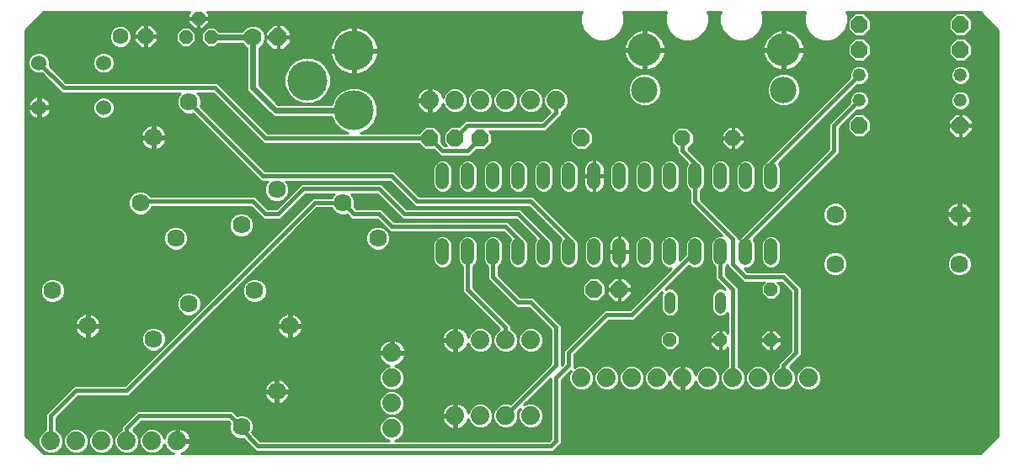
<source format=gbl>
G75*
G70*
%OFA0B0*%
%FSLAX24Y24*%
%IPPOS*%
%LPD*%
%AMOC8*
5,1,8,0,0,1.08239X$1,22.5*
%
%ADD10C,0.0520*%
%ADD11OC8,0.0520*%
%ADD12C,0.1580*%
%ADD13C,0.0440*%
%ADD14OC8,0.0660*%
%ADD15C,0.1306*%
%ADD16C,0.1050*%
%ADD17C,0.0740*%
%ADD18C,0.0705*%
%ADD19C,0.0600*%
%ADD20OC8,0.0700*%
%ADD21C,0.0700*%
%ADD22OC8,0.0630*%
%ADD23C,0.0630*%
%ADD24C,0.0520*%
%ADD25C,0.0100*%
%ADD26C,0.0160*%
%ADD27C,0.0240*%
D10*
X017151Y008734D02*
X017151Y009254D01*
X018151Y009254D02*
X018151Y008734D01*
X019151Y008734D02*
X019151Y009254D01*
X020151Y009254D02*
X020151Y008734D01*
X021151Y008734D02*
X021151Y009254D01*
X022151Y009254D02*
X022151Y008734D01*
X023151Y008734D02*
X023151Y009254D01*
X024151Y009254D02*
X024151Y008734D01*
X025151Y008734D02*
X025151Y009254D01*
X026151Y009254D02*
X026151Y008734D01*
X027151Y008734D02*
X027151Y009254D01*
X028151Y009254D02*
X028151Y008734D01*
X029151Y008734D02*
X029151Y009254D01*
X030151Y009254D02*
X030151Y008734D01*
X030151Y011734D02*
X030151Y012254D01*
X029151Y012254D02*
X029151Y011734D01*
X028151Y011734D02*
X028151Y012254D01*
X027151Y012254D02*
X027151Y011734D01*
X026151Y011734D02*
X026151Y012254D01*
X025151Y012254D02*
X025151Y011734D01*
X024151Y011734D02*
X024151Y012254D01*
X023151Y012254D02*
X023151Y011734D01*
X022151Y011734D02*
X022151Y012254D01*
X021151Y012254D02*
X021151Y011734D01*
X020151Y011734D02*
X020151Y012254D01*
X019151Y012254D02*
X019151Y011734D01*
X018151Y011734D02*
X018151Y012254D01*
X017151Y012254D02*
X017151Y011734D01*
D11*
X007986Y017500D03*
X006986Y017500D03*
X007486Y018250D03*
X030151Y007494D03*
X030151Y005494D03*
X028151Y005494D03*
X026151Y005494D03*
D12*
X013651Y014600D03*
X011801Y015781D03*
X013651Y016962D03*
D13*
X026151Y007214D02*
X026151Y006774D01*
X028151Y006774D02*
X028151Y007214D01*
D14*
X024151Y007494D03*
X023151Y007494D03*
X022651Y013494D03*
X018651Y013494D03*
X017651Y013494D03*
X016651Y013494D03*
X033651Y013994D03*
X037651Y013994D03*
X037651Y016994D03*
X037651Y017994D03*
X033651Y017994D03*
X033651Y016994D03*
D15*
X030651Y016994D03*
X025151Y016994D03*
D16*
X025152Y015411D03*
X030652Y015411D03*
D17*
X021651Y014994D03*
X020651Y014994D03*
X019651Y014994D03*
X018651Y014994D03*
X017651Y014994D03*
X016651Y014994D03*
X017651Y005494D03*
X018651Y005494D03*
X019651Y005494D03*
X020651Y005494D03*
X022651Y003994D03*
X023651Y003994D03*
X024651Y003994D03*
X025651Y003994D03*
X026651Y003994D03*
X027651Y003994D03*
X028651Y003994D03*
X029651Y003994D03*
X030651Y003994D03*
X031651Y003994D03*
X020651Y002494D03*
X019651Y002494D03*
X018651Y002494D03*
X017651Y002494D03*
X015151Y002994D03*
X015151Y003994D03*
X015151Y004994D03*
X015151Y001994D03*
X006651Y001494D03*
X005651Y001494D03*
X004651Y001494D03*
X003651Y001494D03*
X002651Y001494D03*
X001651Y001494D03*
D18*
X005711Y005534D03*
X007111Y006934D03*
X009711Y007454D03*
X011111Y006054D03*
X010591Y003454D03*
X009191Y002054D03*
X003111Y006054D03*
X001711Y007454D03*
X006591Y009534D03*
X005191Y010934D03*
X009191Y010054D03*
X010591Y011454D03*
X013191Y010934D03*
X014591Y009534D03*
X005711Y013534D03*
X007111Y014934D03*
X032691Y010474D03*
X032691Y008514D03*
X037611Y008514D03*
X037611Y010474D03*
D19*
X003731Y014704D03*
X001171Y014704D03*
X001171Y016484D03*
X003731Y016484D03*
D20*
X010651Y017494D03*
D21*
X009651Y017494D03*
D22*
X005400Y017527D03*
X026651Y013494D03*
X028651Y013494D03*
D23*
X004400Y017527D03*
D24*
X033651Y015994D03*
X033651Y014994D03*
X037651Y014994D03*
X037651Y015994D03*
D25*
X001353Y001085D02*
X001267Y001085D01*
X001254Y001184D02*
X001168Y001184D01*
X001227Y001211D02*
X001368Y001070D01*
X001552Y000994D01*
X001751Y000994D01*
X001934Y001070D01*
X002075Y001211D01*
X002151Y001394D01*
X002151Y001593D01*
X002075Y001777D01*
X001934Y001918D01*
X001861Y001948D01*
X001861Y002407D01*
X002738Y003284D01*
X004738Y003284D01*
X004861Y003407D01*
X012178Y010724D01*
X012756Y010724D01*
X012782Y010661D01*
X012918Y010525D01*
X013095Y010451D01*
X013287Y010451D01*
X013365Y010483D01*
X013421Y010427D01*
X013421Y010407D01*
X013544Y010284D01*
X013564Y010284D01*
X014564Y010284D01*
X015064Y009784D01*
X015238Y009784D01*
X019564Y009784D01*
X019847Y009501D01*
X019821Y009475D01*
X019761Y009331D01*
X019761Y008656D01*
X019821Y008513D01*
X019930Y008403D01*
X020074Y008344D01*
X020229Y008344D01*
X020372Y008403D01*
X020482Y008513D01*
X020541Y008656D01*
X020541Y009331D01*
X020482Y009475D01*
X020372Y009584D01*
X020347Y009595D01*
X019861Y010081D01*
X019738Y010204D01*
X015238Y010204D01*
X014861Y010581D01*
X014738Y010704D01*
X013738Y010704D01*
X013653Y010789D01*
X013674Y010838D01*
X013674Y011030D01*
X013600Y011207D01*
X013523Y011284D01*
X014564Y011284D01*
X015564Y010284D01*
X015738Y010284D01*
X020064Y010284D01*
X020847Y009501D01*
X020821Y009475D01*
X020761Y009331D01*
X020761Y008656D01*
X020821Y008513D01*
X020930Y008403D01*
X021074Y008344D01*
X021229Y008344D01*
X021372Y008403D01*
X021482Y008513D01*
X021541Y008656D01*
X021541Y009331D01*
X021482Y009475D01*
X021372Y009584D01*
X021347Y009595D01*
X020361Y010581D01*
X020238Y010704D01*
X015738Y010704D01*
X014861Y011581D01*
X014738Y011704D01*
X011738Y011704D01*
X011564Y011704D01*
X010564Y010704D01*
X010238Y010704D01*
X009861Y011081D01*
X009738Y011204D01*
X005602Y011204D01*
X005600Y011207D01*
X005464Y011343D01*
X005287Y011416D01*
X005095Y011416D01*
X004918Y011343D01*
X004782Y011207D01*
X004709Y011030D01*
X004709Y010838D01*
X004782Y010661D01*
X004918Y010525D01*
X005095Y010451D01*
X005287Y010451D01*
X005464Y010525D01*
X005600Y010661D01*
X005651Y010784D01*
X009564Y010784D01*
X010064Y010284D01*
X010238Y010284D01*
X010738Y010284D01*
X010861Y010407D01*
X011738Y011284D01*
X012859Y011284D01*
X012782Y011207D01*
X012756Y011144D01*
X012178Y011144D01*
X012004Y011144D01*
X004564Y003704D01*
X002738Y003704D01*
X002564Y003704D01*
X001564Y002704D01*
X001441Y002581D01*
X001441Y001948D01*
X001368Y001918D01*
X001227Y001777D01*
X001151Y001593D01*
X001151Y001394D01*
X001227Y001211D01*
X001198Y001282D02*
X001070Y001282D01*
X001157Y001381D02*
X000971Y001381D01*
X000873Y001479D02*
X001151Y001479D01*
X001151Y001578D02*
X000774Y001578D01*
X000676Y001676D02*
X001186Y001676D01*
X001226Y001775D02*
X000651Y001775D01*
X000651Y001701D02*
X000651Y017787D01*
X001358Y018494D01*
X007150Y018494D01*
X007076Y018420D01*
X007076Y018280D01*
X007456Y018280D01*
X007456Y018220D01*
X007076Y018220D01*
X007076Y018080D01*
X007316Y017840D01*
X007456Y017840D01*
X007456Y018220D01*
X007516Y018220D01*
X007516Y018280D01*
X007896Y018280D01*
X007896Y018420D01*
X007822Y018494D01*
X022659Y018494D01*
X022615Y018386D01*
X022615Y018043D01*
X022746Y017725D01*
X022989Y017482D01*
X023306Y017351D01*
X023650Y017351D01*
X023967Y017482D01*
X024210Y017725D01*
X024341Y018043D01*
X024341Y018386D01*
X024297Y018494D01*
X026006Y018494D01*
X025961Y018386D01*
X025961Y018043D01*
X026092Y017725D01*
X026335Y017482D01*
X026653Y017351D01*
X026996Y017351D01*
X027313Y017482D01*
X027556Y017725D01*
X027688Y018043D01*
X027688Y018386D01*
X027643Y018494D01*
X028159Y018494D01*
X028115Y018386D01*
X028115Y018043D01*
X028246Y017725D01*
X028489Y017482D01*
X028806Y017351D01*
X029150Y017351D01*
X029467Y017482D01*
X029710Y017725D01*
X029841Y018043D01*
X029841Y018386D01*
X029797Y018494D01*
X031506Y018494D01*
X031461Y018386D01*
X031461Y018043D01*
X031592Y017725D01*
X031835Y017482D01*
X032153Y017351D01*
X032496Y017351D01*
X032813Y017482D01*
X033056Y017725D01*
X033188Y018043D01*
X033188Y018386D01*
X033143Y018494D01*
X038444Y018494D01*
X039151Y017787D01*
X039151Y001701D01*
X038444Y000994D01*
X006803Y000994D01*
X006946Y001053D01*
X007092Y001199D01*
X007171Y001390D01*
X007171Y001444D01*
X006701Y001444D01*
X006701Y001544D01*
X006601Y001544D01*
X006601Y002014D01*
X006548Y002014D01*
X006357Y001935D01*
X006210Y001788D01*
X006140Y001619D01*
X006075Y001777D01*
X005934Y001918D01*
X005751Y001994D01*
X005552Y001994D01*
X005368Y001918D01*
X005227Y001777D01*
X005151Y001593D01*
X005075Y001777D01*
X004934Y001918D01*
X004890Y001936D01*
X005238Y002284D01*
X008664Y002284D01*
X008735Y002213D01*
X008709Y002150D01*
X008709Y001958D01*
X008782Y001781D01*
X008918Y001645D01*
X009095Y001571D01*
X009277Y001571D01*
X009641Y001207D01*
X009764Y001084D01*
X021364Y001084D01*
X021538Y001084D01*
X021861Y001407D01*
X021861Y001581D01*
X021861Y003907D01*
X022224Y004270D01*
X022151Y004093D01*
X022151Y003894D01*
X022227Y003711D01*
X022368Y003570D01*
X022552Y003494D01*
X022751Y003494D01*
X022934Y003570D01*
X023075Y003711D01*
X023151Y003894D01*
X023151Y004093D01*
X023075Y004277D01*
X022934Y004418D01*
X022751Y004494D01*
X022552Y004494D01*
X022368Y004418D01*
X022361Y004411D01*
X022361Y004581D01*
X022361Y004907D01*
X023738Y006284D01*
X024564Y006284D01*
X024738Y006284D01*
X025846Y007392D01*
X025801Y007283D01*
X025801Y006704D01*
X025854Y006576D01*
X025953Y006477D01*
X026082Y006424D01*
X026221Y006424D01*
X026349Y006477D01*
X026448Y006576D01*
X026501Y006704D01*
X026501Y007283D01*
X026448Y007412D01*
X026349Y007511D01*
X026221Y007564D01*
X026082Y007564D01*
X025973Y007519D01*
X026894Y008440D01*
X026930Y008403D01*
X027074Y008344D01*
X027229Y008344D01*
X027372Y008403D01*
X027482Y008513D01*
X027541Y008656D01*
X027541Y009331D01*
X027482Y009475D01*
X027372Y009584D01*
X027229Y009644D01*
X027074Y009644D01*
X026930Y009584D01*
X026821Y009475D01*
X026761Y009331D01*
X026761Y008901D01*
X026541Y008681D01*
X026541Y009331D01*
X026482Y009475D01*
X026372Y009584D01*
X026229Y009644D01*
X026074Y009644D01*
X025930Y009584D01*
X025821Y009475D01*
X025761Y009331D01*
X025761Y008656D01*
X025821Y008513D01*
X025930Y008403D01*
X026074Y008344D01*
X026204Y008344D01*
X024564Y006704D01*
X023564Y006704D01*
X023441Y006581D01*
X022064Y005204D01*
X021941Y005081D01*
X021941Y004581D01*
X021861Y004501D01*
X021861Y004581D01*
X021861Y006081D01*
X021738Y006204D01*
X020738Y007204D01*
X020564Y007204D01*
X020238Y007204D01*
X019361Y008081D01*
X019361Y008399D01*
X019372Y008403D01*
X019482Y008513D01*
X019541Y008656D01*
X019541Y009331D01*
X019482Y009475D01*
X019372Y009584D01*
X019229Y009644D01*
X019074Y009644D01*
X018930Y009584D01*
X018821Y009475D01*
X018761Y009331D01*
X018761Y008656D01*
X018821Y008513D01*
X018930Y008403D01*
X018941Y008399D01*
X018941Y008081D01*
X018941Y007907D01*
X019941Y006907D01*
X020064Y006784D01*
X020564Y006784D01*
X021441Y005907D01*
X021441Y004581D01*
X019824Y002963D01*
X019751Y002994D01*
X019552Y002994D01*
X019368Y002918D01*
X019227Y002777D01*
X019151Y002593D01*
X019075Y002777D01*
X018934Y002918D01*
X018751Y002994D01*
X018552Y002994D01*
X018368Y002918D01*
X018227Y002777D01*
X018162Y002619D01*
X018092Y002788D01*
X017946Y002935D01*
X017755Y003014D01*
X017701Y003014D01*
X017701Y002544D01*
X017601Y002544D01*
X017601Y003014D01*
X017548Y003014D01*
X017357Y002935D01*
X017210Y002788D01*
X017131Y002597D01*
X017131Y002544D01*
X017601Y002544D01*
X017601Y002444D01*
X017131Y002444D01*
X017131Y002390D01*
X017210Y002199D01*
X017357Y002053D01*
X017548Y001974D01*
X017601Y001974D01*
X017601Y002444D01*
X017701Y002444D01*
X017701Y001974D01*
X017755Y001974D01*
X017946Y002053D01*
X018092Y002199D01*
X018162Y002368D01*
X018227Y002211D01*
X018368Y002070D01*
X018552Y001994D01*
X018751Y001994D01*
X018934Y002070D01*
X019075Y002211D01*
X019151Y002394D01*
X019151Y002593D01*
X019151Y002394D01*
X019227Y002211D01*
X019368Y002070D01*
X019552Y001994D01*
X019751Y001994D01*
X019934Y002070D01*
X020075Y002211D01*
X020151Y002394D01*
X020151Y002593D01*
X020121Y002667D01*
X020224Y002770D01*
X020151Y002593D01*
X020151Y002394D01*
X020227Y002211D01*
X020368Y002070D01*
X020552Y001994D01*
X020751Y001994D01*
X020934Y002070D01*
X021075Y002211D01*
X021151Y002394D01*
X021151Y002593D01*
X021075Y002777D01*
X020934Y002918D01*
X020751Y002994D01*
X020552Y002994D01*
X020375Y002921D01*
X021441Y003987D01*
X021441Y001581D01*
X021364Y001504D01*
X015275Y001504D01*
X015434Y001570D01*
X015575Y001711D01*
X015651Y001894D01*
X015651Y002093D01*
X015575Y002277D01*
X015434Y002418D01*
X015251Y002494D01*
X015434Y002570D01*
X015575Y002711D01*
X015651Y002894D01*
X015651Y003093D01*
X015575Y003277D01*
X015434Y003418D01*
X015251Y003494D01*
X015434Y003570D01*
X015575Y003711D01*
X015651Y003894D01*
X015651Y004093D01*
X015575Y004277D01*
X015434Y004418D01*
X015277Y004483D01*
X015446Y004553D01*
X015592Y004699D01*
X015671Y004890D01*
X015671Y004944D01*
X015201Y004944D01*
X015201Y005044D01*
X015101Y005044D01*
X015101Y005514D01*
X015048Y005514D01*
X014857Y005435D01*
X014710Y005288D01*
X014631Y005097D01*
X014631Y005044D01*
X015101Y005044D01*
X015101Y004944D01*
X014631Y004944D01*
X014631Y004890D01*
X014710Y004699D01*
X014857Y004553D01*
X015026Y004483D01*
X014868Y004418D01*
X014727Y004277D01*
X014651Y004093D01*
X014651Y003894D01*
X014727Y003711D01*
X014868Y003570D01*
X015052Y003494D01*
X015251Y003494D01*
X015052Y003494D01*
X014868Y003418D01*
X014727Y003277D01*
X014651Y003093D01*
X014651Y002894D01*
X014727Y002711D01*
X014868Y002570D01*
X015052Y002494D01*
X015251Y002494D01*
X015052Y002494D01*
X014868Y002418D01*
X014727Y002277D01*
X014651Y002093D01*
X014651Y001894D01*
X014727Y001711D01*
X014868Y001570D01*
X015028Y001504D01*
X009938Y001504D01*
X009618Y001824D01*
X009674Y001958D01*
X009674Y002150D01*
X009600Y002327D01*
X009464Y002463D01*
X009287Y002536D01*
X009095Y002536D01*
X009032Y002510D01*
X008838Y002704D01*
X008664Y002704D01*
X005064Y002704D01*
X004941Y002581D01*
X004564Y002204D01*
X004441Y002081D01*
X004441Y001948D01*
X004368Y001918D01*
X004227Y001777D01*
X004151Y001593D01*
X004075Y001777D01*
X003934Y001918D01*
X003751Y001994D01*
X003552Y001994D01*
X003368Y001918D01*
X003227Y001777D01*
X003151Y001593D01*
X003075Y001777D01*
X002934Y001918D01*
X002751Y001994D01*
X002552Y001994D01*
X002368Y001918D01*
X002227Y001777D01*
X002151Y001593D01*
X002151Y001394D01*
X002227Y001211D01*
X002368Y001070D01*
X002552Y000994D01*
X002751Y000994D01*
X002934Y001070D01*
X003075Y001211D01*
X003151Y001394D01*
X003151Y001593D01*
X003151Y001394D01*
X003227Y001211D01*
X003368Y001070D01*
X003552Y000994D01*
X003751Y000994D01*
X003934Y001070D01*
X004075Y001211D01*
X004151Y001394D01*
X004151Y001593D01*
X004151Y001394D01*
X004227Y001211D01*
X004368Y001070D01*
X004552Y000994D01*
X004751Y000994D01*
X004934Y001070D01*
X005075Y001211D01*
X005151Y001394D01*
X005151Y001593D01*
X005151Y001394D01*
X005227Y001211D01*
X005368Y001070D01*
X005552Y000994D01*
X005751Y000994D01*
X005934Y001070D01*
X006075Y001211D01*
X006140Y001368D01*
X006210Y001199D01*
X006357Y001053D01*
X006500Y000994D01*
X001358Y000994D01*
X000651Y001701D01*
X000651Y001873D02*
X001324Y001873D01*
X001441Y001972D02*
X000651Y001972D01*
X000651Y002071D02*
X001441Y002071D01*
X001441Y002169D02*
X000651Y002169D01*
X000651Y002268D02*
X001441Y002268D01*
X001441Y002366D02*
X000651Y002366D01*
X000651Y002465D02*
X001441Y002465D01*
X001441Y002563D02*
X000651Y002563D01*
X000651Y002662D02*
X001522Y002662D01*
X001621Y002760D02*
X000651Y002760D01*
X000651Y002859D02*
X001719Y002859D01*
X001818Y002957D02*
X000651Y002957D01*
X000651Y003056D02*
X001916Y003056D01*
X002015Y003155D02*
X000651Y003155D01*
X000651Y003253D02*
X002113Y003253D01*
X002212Y003352D02*
X000651Y003352D01*
X000651Y003450D02*
X002311Y003450D01*
X002409Y003549D02*
X000651Y003549D01*
X000651Y003647D02*
X002508Y003647D01*
X002707Y003253D02*
X010130Y003253D01*
X010165Y003169D02*
X010306Y003028D01*
X010491Y002951D01*
X010541Y002951D01*
X010541Y003404D01*
X010089Y003404D01*
X010089Y003354D01*
X010165Y003169D01*
X010180Y003155D02*
X002609Y003155D01*
X002510Y003056D02*
X010278Y003056D01*
X010476Y002957D02*
X002412Y002957D01*
X002313Y002859D02*
X014666Y002859D01*
X014651Y002957D02*
X010706Y002957D01*
X010691Y002951D02*
X010876Y003028D01*
X011017Y003169D01*
X011094Y003354D01*
X011094Y003404D01*
X010641Y003404D01*
X010641Y003504D01*
X010541Y003504D01*
X010541Y003956D01*
X010491Y003956D01*
X010306Y003880D01*
X010165Y003739D01*
X010089Y003554D01*
X010089Y003504D01*
X010541Y003504D01*
X010541Y003404D01*
X010641Y003404D01*
X010641Y002951D01*
X010691Y002951D01*
X010641Y002957D02*
X010541Y002957D01*
X010541Y003056D02*
X010641Y003056D01*
X010641Y003155D02*
X010541Y003155D01*
X010541Y003253D02*
X010641Y003253D01*
X010641Y003352D02*
X010541Y003352D01*
X010541Y003450D02*
X004904Y003450D01*
X004806Y003352D02*
X010090Y003352D01*
X010089Y003549D02*
X005003Y003549D01*
X005102Y003647D02*
X010127Y003647D01*
X010172Y003746D02*
X005200Y003746D01*
X005299Y003844D02*
X010271Y003844D01*
X010459Y003943D02*
X005397Y003943D01*
X005496Y004041D02*
X014651Y004041D01*
X014651Y003943D02*
X010724Y003943D01*
X010691Y003956D02*
X010641Y003956D01*
X010641Y003504D01*
X011094Y003504D01*
X011094Y003554D01*
X011017Y003739D01*
X010876Y003880D01*
X010691Y003956D01*
X010641Y003943D02*
X010541Y003943D01*
X010541Y003844D02*
X010641Y003844D01*
X010641Y003746D02*
X010541Y003746D01*
X010541Y003647D02*
X010641Y003647D01*
X010641Y003549D02*
X010541Y003549D01*
X010641Y003450D02*
X014946Y003450D01*
X014919Y003549D02*
X011094Y003549D01*
X011055Y003647D02*
X014791Y003647D01*
X014713Y003746D02*
X011010Y003746D01*
X010911Y003844D02*
X014672Y003844D01*
X014671Y004140D02*
X005594Y004140D01*
X005693Y004239D02*
X014711Y004239D01*
X014787Y004337D02*
X005791Y004337D01*
X005890Y004436D02*
X014911Y004436D01*
X014902Y004534D02*
X005988Y004534D01*
X006087Y004633D02*
X014777Y004633D01*
X014697Y004731D02*
X006186Y004731D01*
X006284Y004830D02*
X014656Y004830D01*
X014631Y004928D02*
X006383Y004928D01*
X006481Y005027D02*
X015101Y005027D01*
X015101Y005125D02*
X015201Y005125D01*
X015201Y005044D02*
X015201Y005514D01*
X015255Y005514D01*
X015446Y005435D01*
X015592Y005288D01*
X015671Y005097D01*
X015671Y005044D01*
X015201Y005044D01*
X015201Y005027D02*
X017420Y005027D01*
X017357Y005053D02*
X017548Y004974D01*
X017601Y004974D01*
X017601Y005444D01*
X017131Y005444D01*
X017131Y005390D01*
X017210Y005199D01*
X017357Y005053D01*
X017284Y005125D02*
X015660Y005125D01*
X015619Y005224D02*
X017200Y005224D01*
X017159Y005322D02*
X015558Y005322D01*
X015459Y005421D02*
X017131Y005421D01*
X017131Y005544D02*
X017601Y005544D01*
X017601Y006014D01*
X017548Y006014D01*
X017357Y005935D01*
X017210Y005788D01*
X017131Y005597D01*
X017131Y005544D01*
X017140Y005618D02*
X011372Y005618D01*
X011396Y005628D02*
X011537Y005769D01*
X011614Y005954D01*
X011614Y006004D01*
X011161Y006004D01*
X011161Y006104D01*
X011061Y006104D01*
X011061Y006556D01*
X011011Y006556D01*
X010826Y006480D01*
X010685Y006339D01*
X010609Y006154D01*
X010609Y006104D01*
X011061Y006104D01*
X011061Y006004D01*
X010609Y006004D01*
X010609Y005954D01*
X010685Y005769D01*
X010826Y005628D01*
X011011Y005551D01*
X011061Y005551D01*
X011061Y006004D01*
X011161Y006004D01*
X011161Y005551D01*
X011211Y005551D01*
X011396Y005628D01*
X011485Y005717D02*
X017181Y005717D01*
X017237Y005815D02*
X011556Y005815D01*
X011597Y005914D02*
X017336Y005914D01*
X017544Y006012D02*
X011161Y006012D01*
X011161Y006104D02*
X011614Y006104D01*
X011614Y006154D01*
X011537Y006339D01*
X011396Y006480D01*
X011211Y006556D01*
X011161Y006556D01*
X011161Y006104D01*
X011161Y006111D02*
X011061Y006111D01*
X011061Y006209D02*
X011161Y006209D01*
X011161Y006308D02*
X011061Y006308D01*
X011061Y006406D02*
X011161Y006406D01*
X011161Y006505D02*
X011061Y006505D01*
X010887Y006505D02*
X007959Y006505D01*
X007861Y006406D02*
X010753Y006406D01*
X010673Y006308D02*
X007762Y006308D01*
X007664Y006209D02*
X010632Y006209D01*
X010609Y006111D02*
X007565Y006111D01*
X007467Y006012D02*
X011061Y006012D01*
X011061Y005914D02*
X011161Y005914D01*
X011161Y005815D02*
X011061Y005815D01*
X011061Y005717D02*
X011161Y005717D01*
X011161Y005618D02*
X011061Y005618D01*
X010850Y005618D02*
X007072Y005618D01*
X006974Y005520D02*
X017601Y005520D01*
X017601Y005544D02*
X017601Y005444D01*
X017701Y005444D01*
X017701Y004974D01*
X017755Y004974D01*
X017946Y005053D01*
X018092Y005199D01*
X018162Y005368D01*
X018227Y005211D01*
X018368Y005070D01*
X018552Y004994D01*
X018751Y004994D01*
X018934Y005070D01*
X019075Y005211D01*
X019151Y005394D01*
X019151Y005593D01*
X019075Y005777D01*
X018934Y005918D01*
X018751Y005994D01*
X018552Y005994D01*
X018368Y005918D01*
X018227Y005777D01*
X018162Y005619D01*
X018092Y005788D01*
X017946Y005935D01*
X017755Y006014D01*
X017701Y006014D01*
X017701Y005544D01*
X017601Y005544D01*
X017601Y005618D02*
X017701Y005618D01*
X017701Y005717D02*
X017601Y005717D01*
X017601Y005815D02*
X017701Y005815D01*
X017701Y005914D02*
X017601Y005914D01*
X017601Y006012D02*
X017701Y006012D01*
X017758Y006012D02*
X019336Y006012D01*
X019368Y005918D02*
X019227Y005777D01*
X019151Y005593D01*
X019151Y005394D01*
X019227Y005211D01*
X019368Y005070D01*
X019552Y004994D01*
X019751Y004994D01*
X019934Y005070D01*
X020075Y005211D01*
X020151Y005394D01*
X020151Y005593D01*
X020075Y005777D01*
X019934Y005918D01*
X019861Y005948D01*
X019861Y006081D01*
X019738Y006204D01*
X018361Y007581D01*
X018361Y008399D01*
X018372Y008403D01*
X018482Y008513D01*
X018541Y008656D01*
X018541Y009331D01*
X018482Y009475D01*
X018372Y009584D01*
X018229Y009644D01*
X018074Y009644D01*
X017930Y009584D01*
X017821Y009475D01*
X017761Y009331D01*
X017761Y008656D01*
X017821Y008513D01*
X017930Y008403D01*
X017941Y008399D01*
X017941Y007581D01*
X017941Y007407D01*
X019412Y005936D01*
X019368Y005918D01*
X019364Y005914D02*
X018938Y005914D01*
X019037Y005815D02*
X019265Y005815D01*
X019202Y005717D02*
X019100Y005717D01*
X019141Y005618D02*
X019161Y005618D01*
X019151Y005520D02*
X019151Y005520D01*
X019151Y005421D02*
X019151Y005421D01*
X019121Y005322D02*
X019181Y005322D01*
X019222Y005224D02*
X019081Y005224D01*
X018990Y005125D02*
X019313Y005125D01*
X019472Y005027D02*
X018830Y005027D01*
X018472Y005027D02*
X017882Y005027D01*
X018018Y005125D02*
X018313Y005125D01*
X018222Y005224D02*
X018102Y005224D01*
X018143Y005322D02*
X018181Y005322D01*
X017701Y005322D02*
X017601Y005322D01*
X017601Y005224D02*
X017701Y005224D01*
X017701Y005125D02*
X017601Y005125D01*
X017601Y005027D02*
X017701Y005027D01*
X017701Y005421D02*
X017601Y005421D01*
X018122Y005717D02*
X018202Y005717D01*
X018265Y005815D02*
X018065Y005815D01*
X017967Y005914D02*
X018364Y005914D01*
X018942Y006406D02*
X011469Y006406D01*
X011550Y006308D02*
X019040Y006308D01*
X019139Y006209D02*
X011591Y006209D01*
X011614Y006111D02*
X019237Y006111D01*
X019536Y006406D02*
X020942Y006406D01*
X021040Y006308D02*
X019634Y006308D01*
X019733Y006209D02*
X021139Y006209D01*
X021237Y006111D02*
X019831Y006111D01*
X019861Y006012D02*
X021336Y006012D01*
X021434Y005914D02*
X020938Y005914D01*
X020934Y005918D02*
X020751Y005994D01*
X020552Y005994D01*
X020368Y005918D01*
X020227Y005777D01*
X020151Y005593D01*
X020151Y005394D01*
X020227Y005211D01*
X020368Y005070D01*
X020552Y004994D01*
X020751Y004994D01*
X020934Y005070D01*
X021075Y005211D01*
X021151Y005394D01*
X021151Y005593D01*
X021075Y005777D01*
X020934Y005918D01*
X021037Y005815D02*
X021441Y005815D01*
X021441Y005717D02*
X021100Y005717D01*
X021141Y005618D02*
X021441Y005618D01*
X021441Y005520D02*
X021151Y005520D01*
X021151Y005421D02*
X021441Y005421D01*
X021441Y005322D02*
X021121Y005322D01*
X021081Y005224D02*
X021441Y005224D01*
X021441Y005125D02*
X020990Y005125D01*
X020830Y005027D02*
X021441Y005027D01*
X021441Y004928D02*
X015671Y004928D01*
X015646Y004830D02*
X021441Y004830D01*
X021441Y004731D02*
X015605Y004731D01*
X015525Y004633D02*
X021441Y004633D01*
X021395Y004534D02*
X015400Y004534D01*
X015391Y004436D02*
X021296Y004436D01*
X021197Y004337D02*
X015515Y004337D01*
X015591Y004239D02*
X021099Y004239D01*
X021000Y004140D02*
X015632Y004140D01*
X015651Y004041D02*
X020902Y004041D01*
X020803Y003943D02*
X015651Y003943D01*
X015630Y003844D02*
X020705Y003844D01*
X020606Y003746D02*
X015590Y003746D01*
X015512Y003647D02*
X020508Y003647D01*
X020409Y003549D02*
X015383Y003549D01*
X015356Y003450D02*
X020311Y003450D01*
X020212Y003352D02*
X015500Y003352D01*
X015585Y003253D02*
X020113Y003253D01*
X020015Y003155D02*
X015626Y003155D01*
X015651Y003056D02*
X019916Y003056D01*
X020215Y002760D02*
X020220Y002760D01*
X020180Y002662D02*
X020123Y002662D01*
X020151Y002563D02*
X020151Y002563D01*
X020151Y002465D02*
X020151Y002465D01*
X020139Y002366D02*
X020163Y002366D01*
X020204Y002268D02*
X020099Y002268D01*
X020034Y002169D02*
X020269Y002169D01*
X020367Y002071D02*
X019935Y002071D01*
X019367Y002071D02*
X018935Y002071D01*
X019034Y002169D02*
X019269Y002169D01*
X019204Y002268D02*
X019099Y002268D01*
X019139Y002366D02*
X019163Y002366D01*
X019151Y002465D02*
X019151Y002465D01*
X019151Y002563D02*
X019151Y002563D01*
X019123Y002662D02*
X019180Y002662D01*
X019220Y002760D02*
X019082Y002760D01*
X018993Y002859D02*
X019309Y002859D01*
X019464Y002957D02*
X018838Y002957D01*
X018464Y002957D02*
X017891Y002957D01*
X018021Y002859D02*
X018309Y002859D01*
X018220Y002760D02*
X018104Y002760D01*
X018144Y002662D02*
X018180Y002662D01*
X018161Y002366D02*
X018163Y002366D01*
X018204Y002268D02*
X018120Y002268D01*
X018062Y002169D02*
X018269Y002169D01*
X018367Y002071D02*
X017963Y002071D01*
X017701Y002071D02*
X017601Y002071D01*
X017601Y002169D02*
X017701Y002169D01*
X017701Y002268D02*
X017601Y002268D01*
X017601Y002366D02*
X017701Y002366D01*
X017601Y002465D02*
X015321Y002465D01*
X015418Y002563D02*
X017131Y002563D01*
X017158Y002662D02*
X015526Y002662D01*
X015596Y002760D02*
X017199Y002760D01*
X017281Y002859D02*
X015636Y002859D01*
X015651Y002957D02*
X017412Y002957D01*
X017601Y002957D02*
X017701Y002957D01*
X017701Y002859D02*
X017601Y002859D01*
X017601Y002760D02*
X017701Y002760D01*
X017701Y002662D02*
X017601Y002662D01*
X017601Y002563D02*
X017701Y002563D01*
X017141Y002366D02*
X015486Y002366D01*
X015579Y002268D02*
X017182Y002268D01*
X017241Y002169D02*
X015620Y002169D01*
X015651Y002071D02*
X017339Y002071D01*
X015651Y001972D02*
X021441Y001972D01*
X021441Y001873D02*
X015642Y001873D01*
X015602Y001775D02*
X021441Y001775D01*
X021441Y001676D02*
X015541Y001676D01*
X015442Y001578D02*
X021438Y001578D01*
X021861Y001578D02*
X039028Y001578D01*
X039127Y001676D02*
X021861Y001676D01*
X021861Y001775D02*
X039151Y001775D01*
X039151Y001873D02*
X021861Y001873D01*
X021861Y001972D02*
X039151Y001972D01*
X039151Y002071D02*
X021861Y002071D01*
X021861Y002169D02*
X039151Y002169D01*
X039151Y002268D02*
X021861Y002268D01*
X021861Y002366D02*
X039151Y002366D01*
X039151Y002465D02*
X021861Y002465D01*
X021861Y002563D02*
X039151Y002563D01*
X039151Y002662D02*
X021861Y002662D01*
X021861Y002760D02*
X039151Y002760D01*
X039151Y002859D02*
X021861Y002859D01*
X021861Y002957D02*
X039151Y002957D01*
X039151Y003056D02*
X021861Y003056D01*
X021861Y003155D02*
X039151Y003155D01*
X039151Y003253D02*
X021861Y003253D01*
X021861Y003352D02*
X039151Y003352D01*
X039151Y003450D02*
X021861Y003450D01*
X021861Y003549D02*
X022419Y003549D01*
X022291Y003647D02*
X021861Y003647D01*
X021861Y003746D02*
X022213Y003746D01*
X022172Y003844D02*
X021861Y003844D01*
X021897Y003943D02*
X022151Y003943D01*
X022151Y004041D02*
X021996Y004041D01*
X022094Y004140D02*
X022171Y004140D01*
X022193Y004239D02*
X022211Y004239D01*
X022361Y004436D02*
X022411Y004436D01*
X022361Y004534D02*
X028441Y004534D01*
X028441Y004448D02*
X028368Y004418D01*
X028227Y004277D01*
X028151Y004093D01*
X028075Y004277D01*
X027934Y004418D01*
X027751Y004494D01*
X027552Y004494D01*
X027368Y004418D01*
X027227Y004277D01*
X027162Y004119D01*
X027092Y004288D01*
X026946Y004435D01*
X026755Y004514D01*
X026701Y004514D01*
X026701Y004044D01*
X026601Y004044D01*
X026601Y004514D01*
X026548Y004514D01*
X026357Y004435D01*
X026210Y004288D01*
X026140Y004119D01*
X026075Y004277D01*
X025934Y004418D01*
X025751Y004494D01*
X025552Y004494D01*
X025368Y004418D01*
X025227Y004277D01*
X025151Y004093D01*
X025075Y004277D01*
X024934Y004418D01*
X024751Y004494D01*
X024552Y004494D01*
X024368Y004418D01*
X024227Y004277D01*
X024151Y004093D01*
X024075Y004277D01*
X023934Y004418D01*
X023751Y004494D01*
X023552Y004494D01*
X023368Y004418D01*
X023227Y004277D01*
X023151Y004093D01*
X023151Y003894D01*
X023227Y003711D01*
X023368Y003570D01*
X023552Y003494D01*
X023751Y003494D01*
X023934Y003570D01*
X024075Y003711D01*
X024151Y003894D01*
X024151Y004093D01*
X024151Y003894D01*
X024227Y003711D01*
X024368Y003570D01*
X024552Y003494D01*
X024751Y003494D01*
X024934Y003570D01*
X025075Y003711D01*
X025151Y003894D01*
X025151Y004093D01*
X025151Y003894D01*
X025227Y003711D01*
X025368Y003570D01*
X025552Y003494D01*
X025751Y003494D01*
X025934Y003570D01*
X026075Y003711D01*
X026140Y003868D01*
X026210Y003699D01*
X026357Y003553D01*
X026548Y003474D01*
X026601Y003474D01*
X026601Y003944D01*
X026701Y003944D01*
X026701Y003474D01*
X026755Y003474D01*
X026946Y003553D01*
X027092Y003699D01*
X027162Y003868D01*
X027227Y003711D01*
X027368Y003570D01*
X027552Y003494D01*
X027751Y003494D01*
X027934Y003570D01*
X028075Y003711D01*
X028151Y003894D01*
X028151Y004093D01*
X028151Y003894D01*
X028227Y003711D01*
X028368Y003570D01*
X028552Y003494D01*
X028751Y003494D01*
X028934Y003570D01*
X029075Y003711D01*
X029151Y003894D01*
X029151Y004093D01*
X029075Y004277D01*
X028934Y004418D01*
X028861Y004448D01*
X028861Y007581D01*
X028738Y007704D01*
X028361Y008081D01*
X028361Y008399D01*
X028372Y008403D01*
X028441Y008472D01*
X028441Y008407D01*
X028941Y007907D01*
X029064Y007784D01*
X029890Y007784D01*
X029761Y007655D01*
X029761Y007332D01*
X029990Y007104D01*
X030313Y007104D01*
X030541Y007332D01*
X030541Y007655D01*
X030413Y007784D01*
X030564Y007784D01*
X030941Y007407D01*
X030941Y005081D01*
X030564Y004704D01*
X030441Y004581D01*
X030441Y004448D01*
X030368Y004418D01*
X030227Y004277D01*
X030151Y004093D01*
X030075Y004277D01*
X029934Y004418D01*
X029751Y004494D01*
X029552Y004494D01*
X029368Y004418D01*
X029227Y004277D01*
X029151Y004093D01*
X029151Y003894D01*
X029227Y003711D01*
X029368Y003570D01*
X029552Y003494D01*
X029751Y003494D01*
X029934Y003570D01*
X030075Y003711D01*
X030151Y003894D01*
X030151Y004093D01*
X030151Y003894D01*
X030227Y003711D01*
X030368Y003570D01*
X030552Y003494D01*
X030751Y003494D01*
X030934Y003570D01*
X031075Y003711D01*
X031151Y003894D01*
X031151Y004093D01*
X031075Y004277D01*
X030934Y004418D01*
X030890Y004436D01*
X031361Y004907D01*
X031361Y005081D01*
X031361Y007581D01*
X031238Y007704D01*
X030738Y008204D01*
X030564Y008204D01*
X029238Y008204D01*
X029098Y008344D01*
X029229Y008344D01*
X029372Y008403D01*
X029482Y008513D01*
X029541Y008656D01*
X029541Y009331D01*
X029482Y009475D01*
X029455Y009501D01*
X032738Y012784D01*
X032861Y012907D01*
X032861Y013907D01*
X033563Y014608D01*
X033574Y014604D01*
X033729Y014604D01*
X033872Y014663D01*
X033982Y014773D01*
X034041Y014916D01*
X034041Y015071D01*
X033982Y015215D01*
X033872Y015324D01*
X033729Y015384D01*
X033574Y015384D01*
X033430Y015324D01*
X033321Y015215D01*
X033261Y015071D01*
X033261Y014916D01*
X033266Y014905D01*
X032441Y014081D01*
X032441Y013907D01*
X032441Y013081D01*
X028955Y009595D01*
X028930Y009584D01*
X028861Y009515D01*
X028861Y009581D01*
X028738Y009704D01*
X027361Y011081D01*
X027361Y011399D01*
X027372Y011403D01*
X027482Y011513D01*
X027541Y011656D01*
X027541Y012331D01*
X027482Y012475D01*
X027372Y012584D01*
X027347Y012595D01*
X027238Y012704D01*
X026864Y013078D01*
X027096Y013310D01*
X027096Y013678D01*
X026835Y013939D01*
X026467Y013939D01*
X026206Y013678D01*
X026206Y013310D01*
X026441Y013075D01*
X026441Y012907D01*
X026847Y012501D01*
X026821Y012475D01*
X026761Y012331D01*
X026761Y011656D01*
X026821Y011513D01*
X026930Y011403D01*
X026941Y011399D01*
X026941Y011081D01*
X026941Y010907D01*
X028204Y009644D01*
X028074Y009644D01*
X027930Y009584D01*
X027821Y009475D01*
X027761Y009331D01*
X027761Y008656D01*
X027821Y008513D01*
X027930Y008403D01*
X027941Y008399D01*
X027941Y008081D01*
X027941Y007907D01*
X028329Y007519D01*
X028221Y007564D01*
X028082Y007564D01*
X027953Y007511D01*
X027854Y007412D01*
X027801Y007283D01*
X027801Y006704D01*
X027854Y006576D01*
X027953Y006477D01*
X028082Y006424D01*
X028221Y006424D01*
X028349Y006477D01*
X028441Y006569D01*
X028441Y005784D01*
X028321Y005904D01*
X028181Y005904D01*
X028181Y005524D01*
X028121Y005524D01*
X028121Y005904D01*
X027981Y005904D01*
X027741Y005664D01*
X027741Y005524D01*
X028121Y005524D01*
X028121Y005464D01*
X027741Y005464D01*
X027741Y005324D01*
X027981Y005084D01*
X028121Y005084D01*
X028121Y005464D01*
X028181Y005464D01*
X028181Y005084D01*
X028321Y005084D01*
X028441Y005204D01*
X028441Y004448D01*
X028411Y004436D02*
X027891Y004436D01*
X028015Y004337D02*
X028287Y004337D01*
X028211Y004239D02*
X028091Y004239D01*
X028132Y004140D02*
X028171Y004140D01*
X028151Y004041D02*
X028151Y004041D01*
X028151Y003943D02*
X028151Y003943D01*
X028130Y003844D02*
X028172Y003844D01*
X028213Y003746D02*
X028090Y003746D01*
X028012Y003647D02*
X028291Y003647D01*
X028419Y003549D02*
X027883Y003549D01*
X027419Y003549D02*
X026935Y003549D01*
X027040Y003647D02*
X027291Y003647D01*
X027213Y003746D02*
X027111Y003746D01*
X027152Y003844D02*
X027172Y003844D01*
X027153Y004140D02*
X027171Y004140D01*
X027211Y004239D02*
X027113Y004239D01*
X027043Y004337D02*
X027287Y004337D01*
X027411Y004436D02*
X026943Y004436D01*
X026701Y004436D02*
X026601Y004436D01*
X026601Y004337D02*
X026701Y004337D01*
X026701Y004239D02*
X026601Y004239D01*
X026601Y004140D02*
X026701Y004140D01*
X026701Y003943D02*
X026601Y003943D01*
X026601Y003844D02*
X026701Y003844D01*
X026701Y003746D02*
X026601Y003746D01*
X026601Y003647D02*
X026701Y003647D01*
X026701Y003549D02*
X026601Y003549D01*
X026367Y003549D02*
X025883Y003549D01*
X026012Y003647D02*
X026262Y003647D01*
X026191Y003746D02*
X026090Y003746D01*
X026130Y003844D02*
X026150Y003844D01*
X026132Y004140D02*
X026149Y004140D01*
X026190Y004239D02*
X026091Y004239D01*
X026015Y004337D02*
X026259Y004337D01*
X026359Y004436D02*
X025891Y004436D01*
X025411Y004436D02*
X024891Y004436D01*
X025015Y004337D02*
X025287Y004337D01*
X025211Y004239D02*
X025091Y004239D01*
X025132Y004140D02*
X025171Y004140D01*
X025151Y004041D02*
X025151Y004041D01*
X025151Y003943D02*
X025151Y003943D01*
X025130Y003844D02*
X025172Y003844D01*
X025213Y003746D02*
X025090Y003746D01*
X025012Y003647D02*
X025291Y003647D01*
X025419Y003549D02*
X024883Y003549D01*
X024419Y003549D02*
X023883Y003549D01*
X024012Y003647D02*
X024291Y003647D01*
X024213Y003746D02*
X024090Y003746D01*
X024130Y003844D02*
X024172Y003844D01*
X024151Y003943D02*
X024151Y003943D01*
X024151Y004041D02*
X024151Y004041D01*
X024132Y004140D02*
X024171Y004140D01*
X024211Y004239D02*
X024091Y004239D01*
X024015Y004337D02*
X024287Y004337D01*
X024411Y004436D02*
X023891Y004436D01*
X023411Y004436D02*
X022891Y004436D01*
X023015Y004337D02*
X023287Y004337D01*
X023211Y004239D02*
X023091Y004239D01*
X023132Y004140D02*
X023171Y004140D01*
X023151Y004041D02*
X023151Y004041D01*
X023151Y003943D02*
X023151Y003943D01*
X023130Y003844D02*
X023172Y003844D01*
X023213Y003746D02*
X023090Y003746D01*
X023012Y003647D02*
X023291Y003647D01*
X023419Y003549D02*
X022883Y003549D01*
X021441Y003549D02*
X021003Y003549D01*
X021101Y003647D02*
X021441Y003647D01*
X021441Y003746D02*
X021200Y003746D01*
X021299Y003844D02*
X021441Y003844D01*
X021441Y003943D02*
X021397Y003943D01*
X021441Y003450D02*
X020904Y003450D01*
X020806Y003352D02*
X021441Y003352D01*
X021441Y003253D02*
X020707Y003253D01*
X020609Y003155D02*
X021441Y003155D01*
X021441Y003056D02*
X020510Y003056D01*
X020464Y002957D02*
X020412Y002957D01*
X020838Y002957D02*
X021441Y002957D01*
X021441Y002859D02*
X020993Y002859D01*
X021082Y002760D02*
X021441Y002760D01*
X021441Y002662D02*
X021123Y002662D01*
X021151Y002563D02*
X021441Y002563D01*
X021441Y002465D02*
X021151Y002465D01*
X021139Y002366D02*
X021441Y002366D01*
X021441Y002268D02*
X021099Y002268D01*
X021034Y002169D02*
X021441Y002169D01*
X021441Y002071D02*
X020935Y002071D01*
X021861Y001479D02*
X038930Y001479D01*
X038831Y001381D02*
X021835Y001381D01*
X021736Y001282D02*
X038732Y001282D01*
X038634Y001184D02*
X021638Y001184D01*
X021539Y001085D02*
X038535Y001085D01*
X039151Y003549D02*
X031883Y003549D01*
X031934Y003570D02*
X031751Y003494D01*
X031552Y003494D01*
X031368Y003570D01*
X031227Y003711D01*
X031151Y003894D01*
X031151Y004093D01*
X031227Y004277D01*
X031368Y004418D01*
X031552Y004494D01*
X031751Y004494D01*
X031934Y004418D01*
X032075Y004277D01*
X032151Y004093D01*
X032151Y003894D01*
X032075Y003711D01*
X031934Y003570D01*
X032012Y003647D02*
X039151Y003647D01*
X039151Y003746D02*
X032090Y003746D01*
X032130Y003844D02*
X039151Y003844D01*
X039151Y003943D02*
X032151Y003943D01*
X032151Y004041D02*
X039151Y004041D01*
X039151Y004140D02*
X032132Y004140D01*
X032091Y004239D02*
X039151Y004239D01*
X039151Y004337D02*
X032015Y004337D01*
X031891Y004436D02*
X039151Y004436D01*
X039151Y004534D02*
X030988Y004534D01*
X030891Y004436D02*
X031411Y004436D01*
X031287Y004337D02*
X031015Y004337D01*
X031091Y004239D02*
X031211Y004239D01*
X031171Y004140D02*
X031132Y004140D01*
X031151Y004041D02*
X031151Y004041D01*
X031151Y003943D02*
X031151Y003943D01*
X031130Y003844D02*
X031172Y003844D01*
X031213Y003746D02*
X031090Y003746D01*
X031012Y003647D02*
X031291Y003647D01*
X031419Y003549D02*
X030883Y003549D01*
X030419Y003549D02*
X029883Y003549D01*
X030012Y003647D02*
X030291Y003647D01*
X030213Y003746D02*
X030090Y003746D01*
X030130Y003844D02*
X030172Y003844D01*
X030151Y003943D02*
X030151Y003943D01*
X030151Y004041D02*
X030151Y004041D01*
X030132Y004140D02*
X030171Y004140D01*
X030211Y004239D02*
X030091Y004239D01*
X030015Y004337D02*
X030287Y004337D01*
X030411Y004436D02*
X029891Y004436D01*
X030441Y004534D02*
X028861Y004534D01*
X028861Y004633D02*
X030493Y004633D01*
X030592Y004731D02*
X028861Y004731D01*
X028861Y004830D02*
X030690Y004830D01*
X030789Y004928D02*
X028861Y004928D01*
X028861Y005027D02*
X030887Y005027D01*
X030941Y005125D02*
X030363Y005125D01*
X030321Y005084D02*
X030561Y005324D01*
X030561Y005464D01*
X030181Y005464D01*
X030181Y005524D01*
X030121Y005524D01*
X030121Y005904D01*
X029981Y005904D01*
X029741Y005664D01*
X029741Y005524D01*
X030121Y005524D01*
X030121Y005464D01*
X029741Y005464D01*
X029741Y005324D01*
X029981Y005084D01*
X030121Y005084D01*
X030121Y005464D01*
X030181Y005464D01*
X030181Y005084D01*
X030321Y005084D01*
X030181Y005125D02*
X030121Y005125D01*
X030121Y005224D02*
X030181Y005224D01*
X030181Y005322D02*
X030121Y005322D01*
X030121Y005421D02*
X030181Y005421D01*
X030181Y005520D02*
X030941Y005520D01*
X030941Y005618D02*
X030561Y005618D01*
X030561Y005664D02*
X030321Y005904D01*
X030181Y005904D01*
X030181Y005524D01*
X030561Y005524D01*
X030561Y005664D01*
X030508Y005717D02*
X030941Y005717D01*
X030941Y005815D02*
X030410Y005815D01*
X030181Y005815D02*
X030121Y005815D01*
X030121Y005717D02*
X030181Y005717D01*
X030181Y005618D02*
X030121Y005618D01*
X030121Y005520D02*
X028861Y005520D01*
X028861Y005618D02*
X029741Y005618D01*
X029794Y005717D02*
X028861Y005717D01*
X028861Y005815D02*
X029893Y005815D01*
X029741Y005421D02*
X028861Y005421D01*
X028861Y005322D02*
X029743Y005322D01*
X029841Y005224D02*
X028861Y005224D01*
X028861Y005125D02*
X029940Y005125D01*
X030461Y005224D02*
X030941Y005224D01*
X030941Y005322D02*
X030560Y005322D01*
X030561Y005421D02*
X030941Y005421D01*
X031361Y005421D02*
X039151Y005421D01*
X039151Y005322D02*
X031361Y005322D01*
X031361Y005224D02*
X039151Y005224D01*
X039151Y005125D02*
X031361Y005125D01*
X031361Y005027D02*
X039151Y005027D01*
X039151Y004928D02*
X031361Y004928D01*
X031284Y004830D02*
X039151Y004830D01*
X039151Y004731D02*
X031185Y004731D01*
X031087Y004633D02*
X039151Y004633D01*
X039151Y005520D02*
X031361Y005520D01*
X031361Y005618D02*
X039151Y005618D01*
X039151Y005717D02*
X031361Y005717D01*
X031361Y005815D02*
X039151Y005815D01*
X039151Y005914D02*
X031361Y005914D01*
X031361Y006012D02*
X039151Y006012D01*
X039151Y006111D02*
X031361Y006111D01*
X031361Y006209D02*
X039151Y006209D01*
X039151Y006308D02*
X031361Y006308D01*
X031361Y006406D02*
X039151Y006406D01*
X039151Y006505D02*
X031361Y006505D01*
X031361Y006604D02*
X039151Y006604D01*
X039151Y006702D02*
X031361Y006702D01*
X031361Y006801D02*
X039151Y006801D01*
X039151Y006899D02*
X031361Y006899D01*
X031361Y006998D02*
X039151Y006998D01*
X039151Y007096D02*
X031361Y007096D01*
X031361Y007195D02*
X039151Y007195D01*
X039151Y007293D02*
X031361Y007293D01*
X031361Y007392D02*
X039151Y007392D01*
X039151Y007490D02*
X031361Y007490D01*
X031353Y007589D02*
X039151Y007589D01*
X039151Y007688D02*
X031254Y007688D01*
X031156Y007786D02*
X039151Y007786D01*
X039151Y007885D02*
X031057Y007885D01*
X030959Y007983D02*
X039151Y007983D01*
X039151Y008082D02*
X037829Y008082D01*
X037884Y008105D02*
X038020Y008241D01*
X038094Y008418D01*
X038094Y008610D01*
X038020Y008787D01*
X037884Y008923D01*
X037707Y008996D01*
X037515Y008996D01*
X037338Y008923D01*
X037202Y008787D01*
X037129Y008610D01*
X037129Y008418D01*
X037202Y008241D01*
X037338Y008105D01*
X037515Y008031D01*
X037707Y008031D01*
X037884Y008105D01*
X037960Y008180D02*
X039151Y008180D01*
X039151Y008279D02*
X038036Y008279D01*
X038077Y008377D02*
X039151Y008377D01*
X039151Y008476D02*
X038094Y008476D01*
X038094Y008574D02*
X039151Y008574D01*
X039151Y008673D02*
X038068Y008673D01*
X038027Y008771D02*
X039151Y008771D01*
X039151Y008870D02*
X037937Y008870D01*
X037774Y008969D02*
X039151Y008969D01*
X039151Y009067D02*
X030541Y009067D01*
X030541Y008969D02*
X032528Y008969D01*
X032595Y008996D02*
X032418Y008923D01*
X032282Y008787D01*
X032209Y008610D01*
X032209Y008418D01*
X032282Y008241D01*
X032418Y008105D01*
X032595Y008031D01*
X032787Y008031D01*
X032964Y008105D01*
X033100Y008241D01*
X033174Y008418D01*
X033174Y008610D01*
X033100Y008787D01*
X032964Y008923D01*
X032787Y008996D01*
X032595Y008996D01*
X032854Y008969D02*
X037448Y008969D01*
X037285Y008870D02*
X033017Y008870D01*
X033107Y008771D02*
X037196Y008771D01*
X037155Y008673D02*
X033148Y008673D01*
X033174Y008574D02*
X037129Y008574D01*
X037129Y008476D02*
X033174Y008476D01*
X033157Y008377D02*
X037145Y008377D01*
X037186Y008279D02*
X033116Y008279D01*
X033040Y008180D02*
X037262Y008180D01*
X037394Y008082D02*
X032909Y008082D01*
X032474Y008082D02*
X030860Y008082D01*
X030762Y008180D02*
X032342Y008180D01*
X032266Y008279D02*
X029163Y008279D01*
X029310Y008377D02*
X029993Y008377D01*
X029930Y008403D02*
X030074Y008344D01*
X030229Y008344D01*
X030372Y008403D01*
X030482Y008513D01*
X030541Y008656D01*
X030541Y009331D01*
X030482Y009475D01*
X030372Y009584D01*
X030229Y009644D01*
X030074Y009644D01*
X029930Y009584D01*
X029821Y009475D01*
X029761Y009331D01*
X029761Y008656D01*
X029821Y008513D01*
X029930Y008403D01*
X029858Y008476D02*
X029445Y008476D01*
X029507Y008574D02*
X029795Y008574D01*
X029761Y008673D02*
X029541Y008673D01*
X029541Y008771D02*
X029761Y008771D01*
X029761Y008870D02*
X029541Y008870D01*
X029541Y008969D02*
X029761Y008969D01*
X029761Y009067D02*
X029541Y009067D01*
X029541Y009166D02*
X029761Y009166D01*
X029761Y009264D02*
X029541Y009264D01*
X029528Y009363D02*
X029774Y009363D01*
X029815Y009461D02*
X029487Y009461D01*
X029514Y009560D02*
X029906Y009560D01*
X029711Y009757D02*
X039151Y009757D01*
X039151Y009855D02*
X029810Y009855D01*
X029908Y009954D02*
X039151Y009954D01*
X039151Y010053D02*
X037901Y010053D01*
X037896Y010048D02*
X038037Y010189D01*
X038114Y010374D01*
X038114Y010424D01*
X037661Y010424D01*
X037661Y010524D01*
X037561Y010524D01*
X037561Y010976D01*
X037511Y010976D01*
X037326Y010900D01*
X037185Y010759D01*
X037109Y010574D01*
X037109Y010524D01*
X037561Y010524D01*
X037561Y010424D01*
X037109Y010424D01*
X037109Y010374D01*
X037185Y010189D01*
X037326Y010048D01*
X037511Y009971D01*
X037561Y009971D01*
X037561Y010424D01*
X037661Y010424D01*
X037661Y009971D01*
X037711Y009971D01*
X037896Y010048D01*
X037999Y010151D02*
X039151Y010151D01*
X039151Y010250D02*
X038062Y010250D01*
X038103Y010348D02*
X039151Y010348D01*
X039151Y010447D02*
X037661Y010447D01*
X037661Y010524D02*
X038114Y010524D01*
X038114Y010574D01*
X038037Y010759D01*
X037896Y010900D01*
X037711Y010976D01*
X037661Y010976D01*
X037661Y010524D01*
X037661Y010545D02*
X037561Y010545D01*
X037561Y010447D02*
X033174Y010447D01*
X033174Y010378D02*
X033100Y010201D01*
X032964Y010065D01*
X032787Y009991D01*
X032595Y009991D01*
X032418Y010065D01*
X032282Y010201D01*
X032209Y010378D01*
X032209Y010570D01*
X032282Y010747D01*
X032418Y010883D01*
X032595Y010956D01*
X032787Y010956D01*
X032964Y010883D01*
X033100Y010747D01*
X033174Y010570D01*
X033174Y010378D01*
X033161Y010348D02*
X037119Y010348D01*
X037160Y010250D02*
X033121Y010250D01*
X033051Y010151D02*
X037223Y010151D01*
X037322Y010053D02*
X032935Y010053D01*
X032447Y010053D02*
X030007Y010053D01*
X030105Y010151D02*
X032332Y010151D01*
X032262Y010250D02*
X030204Y010250D01*
X030302Y010348D02*
X032221Y010348D01*
X032209Y010447D02*
X030401Y010447D01*
X030500Y010545D02*
X032209Y010545D01*
X032239Y010644D02*
X030598Y010644D01*
X030697Y010742D02*
X032280Y010742D01*
X032376Y010841D02*
X030795Y010841D01*
X030894Y010939D02*
X032554Y010939D01*
X032828Y010939D02*
X037422Y010939D01*
X037561Y010939D02*
X037661Y010939D01*
X037661Y010841D02*
X037561Y010841D01*
X037561Y010742D02*
X037661Y010742D01*
X037661Y010644D02*
X037561Y010644D01*
X037561Y010348D02*
X037661Y010348D01*
X037661Y010250D02*
X037561Y010250D01*
X037561Y010151D02*
X037661Y010151D01*
X037661Y010053D02*
X037561Y010053D01*
X037109Y010545D02*
X033174Y010545D01*
X033143Y010644D02*
X037138Y010644D01*
X037179Y010742D02*
X033102Y010742D01*
X033006Y010841D02*
X037268Y010841D01*
X037800Y010939D02*
X039151Y010939D01*
X039151Y010841D02*
X037955Y010841D01*
X038044Y010742D02*
X039151Y010742D01*
X039151Y010644D02*
X038085Y010644D01*
X038114Y010545D02*
X039151Y010545D01*
X039151Y011038D02*
X030992Y011038D01*
X031091Y011137D02*
X039151Y011137D01*
X039151Y011235D02*
X031189Y011235D01*
X031288Y011334D02*
X039151Y011334D01*
X039151Y011432D02*
X031386Y011432D01*
X031485Y011531D02*
X039151Y011531D01*
X039151Y011629D02*
X031584Y011629D01*
X031682Y011728D02*
X039151Y011728D01*
X039151Y011826D02*
X031781Y011826D01*
X031879Y011925D02*
X039151Y011925D01*
X039151Y012023D02*
X031978Y012023D01*
X032076Y012122D02*
X039151Y012122D01*
X039151Y012221D02*
X032175Y012221D01*
X032273Y012319D02*
X039151Y012319D01*
X039151Y012418D02*
X032372Y012418D01*
X032470Y012516D02*
X039151Y012516D01*
X039151Y012615D02*
X032569Y012615D01*
X032667Y012713D02*
X039151Y012713D01*
X039151Y012812D02*
X032766Y012812D01*
X032861Y012910D02*
X039151Y012910D01*
X039151Y013009D02*
X032861Y013009D01*
X032861Y013107D02*
X039151Y013107D01*
X039151Y013206D02*
X032861Y013206D01*
X032861Y013304D02*
X039151Y013304D01*
X039151Y013403D02*
X032861Y013403D01*
X032861Y013502D02*
X039151Y013502D01*
X039151Y013600D02*
X037936Y013600D01*
X037850Y013514D02*
X038131Y013795D01*
X038131Y013964D01*
X037681Y013964D01*
X037681Y014024D01*
X037621Y014024D01*
X037621Y014474D01*
X037452Y014474D01*
X037171Y014193D01*
X037171Y014024D01*
X037621Y014024D01*
X037621Y013964D01*
X037171Y013964D01*
X037171Y013795D01*
X037452Y013514D01*
X037621Y013514D01*
X037621Y013964D01*
X037681Y013964D01*
X037681Y013514D01*
X037850Y013514D01*
X037681Y013600D02*
X037621Y013600D01*
X037621Y013699D02*
X037681Y013699D01*
X037681Y013797D02*
X037621Y013797D01*
X037621Y013896D02*
X037681Y013896D01*
X037681Y013994D02*
X039151Y013994D01*
X039151Y013896D02*
X038131Y013896D01*
X038131Y013797D02*
X039151Y013797D01*
X039151Y013699D02*
X038035Y013699D01*
X038131Y014024D02*
X037681Y014024D01*
X037681Y014474D01*
X037850Y014474D01*
X038131Y014193D01*
X038131Y014024D01*
X038131Y014093D02*
X039151Y014093D01*
X039151Y014191D02*
X038131Y014191D01*
X038034Y014290D02*
X039151Y014290D01*
X039151Y014388D02*
X037935Y014388D01*
X037681Y014388D02*
X037621Y014388D01*
X037621Y014290D02*
X037681Y014290D01*
X037681Y014191D02*
X037621Y014191D01*
X037621Y014093D02*
X037681Y014093D01*
X037621Y013994D02*
X034111Y013994D01*
X034111Y013896D02*
X037171Y013896D01*
X037171Y013797D02*
X034105Y013797D01*
X034111Y013803D02*
X033842Y013534D01*
X033461Y013534D01*
X033191Y013803D01*
X033191Y014184D01*
X033461Y014454D01*
X033842Y014454D01*
X034111Y014184D01*
X034111Y013803D01*
X034006Y013699D02*
X037268Y013699D01*
X037366Y013600D02*
X033908Y013600D01*
X033394Y013600D02*
X032861Y013600D01*
X032861Y013699D02*
X033296Y013699D01*
X033197Y013797D02*
X032861Y013797D01*
X032861Y013896D02*
X033191Y013896D01*
X033191Y013994D02*
X032949Y013994D01*
X033047Y014093D02*
X033191Y014093D01*
X033198Y014191D02*
X033146Y014191D01*
X033244Y014290D02*
X033297Y014290D01*
X033343Y014388D02*
X033395Y014388D01*
X033441Y014487D02*
X039151Y014487D01*
X039151Y014586D02*
X033540Y014586D01*
X033893Y014684D02*
X037409Y014684D01*
X037430Y014663D02*
X037574Y014604D01*
X037729Y014604D01*
X037872Y014663D01*
X037982Y014773D01*
X038041Y014916D01*
X038041Y015071D01*
X037982Y015215D01*
X037872Y015324D01*
X037729Y015384D01*
X037574Y015384D01*
X037430Y015324D01*
X037321Y015215D01*
X037261Y015071D01*
X037261Y014916D01*
X037321Y014773D01*
X037430Y014663D01*
X037316Y014783D02*
X033986Y014783D01*
X034027Y014881D02*
X037276Y014881D01*
X037261Y014980D02*
X034041Y014980D01*
X034038Y015078D02*
X037264Y015078D01*
X037305Y015177D02*
X033998Y015177D01*
X033921Y015275D02*
X037381Y015275D01*
X037550Y015374D02*
X033753Y015374D01*
X033550Y015374D02*
X033328Y015374D01*
X033381Y015275D02*
X033230Y015275D01*
X033305Y015177D02*
X033131Y015177D01*
X033033Y015078D02*
X033264Y015078D01*
X033261Y014980D02*
X032934Y014980D01*
X032835Y014881D02*
X033242Y014881D01*
X033143Y014783D02*
X032737Y014783D01*
X032638Y014684D02*
X033044Y014684D01*
X032946Y014586D02*
X032540Y014586D01*
X032441Y014487D02*
X032847Y014487D01*
X032749Y014388D02*
X032343Y014388D01*
X032244Y014290D02*
X032650Y014290D01*
X032552Y014191D02*
X032146Y014191D01*
X032047Y014093D02*
X032453Y014093D01*
X032441Y013994D02*
X031949Y013994D01*
X031850Y013896D02*
X032441Y013896D01*
X032441Y013797D02*
X031751Y013797D01*
X031653Y013699D02*
X032441Y013699D01*
X032441Y013600D02*
X031554Y013600D01*
X031456Y013502D02*
X032441Y013502D01*
X032441Y013403D02*
X031357Y013403D01*
X031259Y013304D02*
X032441Y013304D01*
X032441Y013206D02*
X031160Y013206D01*
X031062Y013107D02*
X032441Y013107D01*
X032369Y013009D02*
X030963Y013009D01*
X030865Y012910D02*
X032271Y012910D01*
X032172Y012812D02*
X030766Y012812D01*
X030667Y012713D02*
X032074Y012713D01*
X031975Y012615D02*
X030569Y012615D01*
X030470Y012516D02*
X031876Y012516D01*
X031778Y012418D02*
X030505Y012418D01*
X030482Y012475D02*
X030455Y012501D01*
X033563Y015608D01*
X033574Y015604D01*
X033729Y015604D01*
X033872Y015663D01*
X033982Y015773D01*
X034041Y015916D01*
X034041Y016071D01*
X033982Y016215D01*
X033872Y016324D01*
X033729Y016384D01*
X033574Y016384D01*
X033430Y016324D01*
X033321Y016215D01*
X033261Y016071D01*
X033261Y015916D01*
X033266Y015905D01*
X030064Y012704D01*
X029955Y012595D01*
X029930Y012584D01*
X029821Y012475D01*
X029761Y012331D01*
X029761Y011656D01*
X029821Y011513D01*
X029930Y011403D01*
X030074Y011344D01*
X030229Y011344D01*
X030372Y011403D01*
X030482Y011513D01*
X030541Y011656D01*
X030541Y012331D01*
X030482Y012475D01*
X030541Y012319D02*
X031679Y012319D01*
X031581Y012221D02*
X030541Y012221D01*
X030541Y012122D02*
X031482Y012122D01*
X031384Y012023D02*
X030541Y012023D01*
X030541Y011925D02*
X031285Y011925D01*
X031187Y011826D02*
X030541Y011826D01*
X030541Y011728D02*
X031088Y011728D01*
X030990Y011629D02*
X030530Y011629D01*
X030489Y011531D02*
X030891Y011531D01*
X030793Y011432D02*
X030401Y011432D01*
X030595Y011235D02*
X027361Y011235D01*
X027361Y011137D02*
X030497Y011137D01*
X030398Y011038D02*
X027404Y011038D01*
X027503Y010939D02*
X030300Y010939D01*
X030201Y010841D02*
X027601Y010841D01*
X027700Y010742D02*
X030103Y010742D01*
X030004Y010644D02*
X027798Y010644D01*
X027897Y010545D02*
X029906Y010545D01*
X029807Y010447D02*
X027995Y010447D01*
X028094Y010348D02*
X029709Y010348D01*
X029610Y010250D02*
X028192Y010250D01*
X028291Y010151D02*
X029511Y010151D01*
X029413Y010053D02*
X028389Y010053D01*
X028488Y009954D02*
X029314Y009954D01*
X029216Y009855D02*
X028586Y009855D01*
X028685Y009757D02*
X029117Y009757D01*
X029019Y009658D02*
X028784Y009658D01*
X028861Y009560D02*
X028906Y009560D01*
X029613Y009658D02*
X039151Y009658D01*
X039151Y009560D02*
X030397Y009560D01*
X030487Y009461D02*
X039151Y009461D01*
X039151Y009363D02*
X030528Y009363D01*
X030541Y009264D02*
X039151Y009264D01*
X039151Y009166D02*
X030541Y009166D01*
X030541Y008870D02*
X032365Y008870D01*
X032276Y008771D02*
X030541Y008771D01*
X030541Y008673D02*
X032235Y008673D01*
X032209Y008574D02*
X030507Y008574D01*
X030445Y008476D02*
X032209Y008476D01*
X032225Y008377D02*
X030310Y008377D01*
X030509Y007688D02*
X030661Y007688D01*
X030759Y007589D02*
X030541Y007589D01*
X030541Y007490D02*
X030858Y007490D01*
X030941Y007392D02*
X030541Y007392D01*
X030502Y007293D02*
X030941Y007293D01*
X030941Y007195D02*
X030404Y007195D01*
X029899Y007195D02*
X028861Y007195D01*
X028861Y007293D02*
X029800Y007293D01*
X029761Y007392D02*
X028861Y007392D01*
X028861Y007490D02*
X029761Y007490D01*
X029761Y007589D02*
X028853Y007589D01*
X028754Y007688D02*
X029793Y007688D01*
X029062Y007786D02*
X028656Y007786D01*
X028557Y007885D02*
X028963Y007885D01*
X028865Y007983D02*
X028459Y007983D01*
X028361Y008082D02*
X028766Y008082D01*
X028668Y008180D02*
X028361Y008180D01*
X028361Y008279D02*
X028569Y008279D01*
X028471Y008377D02*
X028361Y008377D01*
X027941Y008377D02*
X027310Y008377D01*
X027445Y008476D02*
X027858Y008476D01*
X027795Y008574D02*
X027507Y008574D01*
X027541Y008673D02*
X027761Y008673D01*
X027761Y008771D02*
X027541Y008771D01*
X027541Y008870D02*
X027761Y008870D01*
X027761Y008969D02*
X027541Y008969D01*
X027541Y009067D02*
X027761Y009067D01*
X027761Y009166D02*
X027541Y009166D01*
X027541Y009264D02*
X027761Y009264D01*
X027774Y009363D02*
X027528Y009363D01*
X027487Y009461D02*
X027815Y009461D01*
X027906Y009560D02*
X027397Y009560D01*
X026906Y009560D02*
X026397Y009560D01*
X026487Y009461D02*
X026815Y009461D01*
X026774Y009363D02*
X026528Y009363D01*
X026541Y009264D02*
X026761Y009264D01*
X026761Y009166D02*
X026541Y009166D01*
X026541Y009067D02*
X026761Y009067D01*
X026761Y008969D02*
X026541Y008969D01*
X026541Y008870D02*
X026730Y008870D01*
X026632Y008771D02*
X026541Y008771D01*
X025795Y008574D02*
X025507Y008574D01*
X025482Y008513D02*
X025541Y008656D01*
X025541Y009331D01*
X025482Y009475D01*
X025372Y009584D01*
X025229Y009644D01*
X025074Y009644D01*
X024930Y009584D01*
X024821Y009475D01*
X024761Y009331D01*
X024761Y008656D01*
X024821Y008513D01*
X024930Y008403D01*
X025074Y008344D01*
X025229Y008344D01*
X025372Y008403D01*
X025482Y008513D01*
X025445Y008476D02*
X025858Y008476D01*
X025993Y008377D02*
X025310Y008377D01*
X024993Y008377D02*
X024362Y008377D01*
X024383Y008386D02*
X024499Y008502D01*
X024561Y008652D01*
X024561Y008964D01*
X024181Y008964D01*
X024181Y009024D01*
X024121Y009024D01*
X024121Y009664D01*
X024070Y009664D01*
X023919Y009601D01*
X023804Y009486D01*
X023741Y009335D01*
X023741Y009024D01*
X024121Y009024D01*
X024121Y008964D01*
X023741Y008964D01*
X023741Y008652D01*
X023804Y008502D01*
X023919Y008386D01*
X024070Y008324D01*
X024121Y008324D01*
X024121Y008964D01*
X024181Y008964D01*
X024181Y008324D01*
X024233Y008324D01*
X024383Y008386D01*
X024473Y008476D02*
X024858Y008476D01*
X024795Y008574D02*
X024529Y008574D01*
X024561Y008673D02*
X024761Y008673D01*
X024761Y008771D02*
X024561Y008771D01*
X024561Y008870D02*
X024761Y008870D01*
X024761Y008969D02*
X024181Y008969D01*
X024181Y009024D02*
X024561Y009024D01*
X024561Y009335D01*
X024499Y009486D01*
X024383Y009601D01*
X024233Y009664D01*
X024181Y009664D01*
X024181Y009024D01*
X024181Y009067D02*
X024121Y009067D01*
X024121Y008969D02*
X023541Y008969D01*
X023541Y009067D02*
X023741Y009067D01*
X023741Y009166D02*
X023541Y009166D01*
X023541Y009264D02*
X023741Y009264D01*
X023753Y009363D02*
X023528Y009363D01*
X023541Y009331D02*
X023482Y009475D01*
X023372Y009584D01*
X023229Y009644D01*
X023074Y009644D01*
X022930Y009584D01*
X022821Y009475D01*
X022761Y009331D01*
X022761Y008656D01*
X022821Y008513D01*
X022930Y008403D01*
X023074Y008344D01*
X023229Y008344D01*
X023372Y008403D01*
X023482Y008513D01*
X023541Y008656D01*
X023541Y009331D01*
X023487Y009461D02*
X023793Y009461D01*
X023877Y009560D02*
X023397Y009560D01*
X024056Y009658D02*
X022284Y009658D01*
X022347Y009595D02*
X020861Y011081D01*
X020738Y011204D01*
X016238Y011204D01*
X015361Y012081D01*
X015238Y012204D01*
X010138Y012204D01*
X007567Y014775D01*
X007594Y014838D01*
X007594Y015030D01*
X007520Y015207D01*
X007443Y015284D01*
X008064Y015284D01*
X010064Y013284D01*
X010238Y013284D01*
X016211Y013284D01*
X016461Y013034D01*
X016814Y013034D01*
X017064Y012784D01*
X017238Y012784D01*
X018238Y012784D01*
X018361Y012907D01*
X018488Y013034D01*
X018842Y013034D01*
X019111Y013303D01*
X019111Y013684D01*
X019012Y013784D01*
X021238Y013784D01*
X021361Y013907D01*
X021861Y014407D01*
X021861Y014540D01*
X021934Y014570D01*
X022075Y014711D01*
X022151Y014894D01*
X022151Y015093D01*
X022075Y015277D01*
X021934Y015418D01*
X021751Y015494D01*
X021552Y015494D01*
X021368Y015418D01*
X021227Y015277D01*
X021151Y015093D01*
X021075Y015277D01*
X020934Y015418D01*
X020751Y015494D01*
X020552Y015494D01*
X020368Y015418D01*
X020227Y015277D01*
X020151Y015093D01*
X020075Y015277D01*
X019934Y015418D01*
X019751Y015494D01*
X019552Y015494D01*
X019368Y015418D01*
X019227Y015277D01*
X019151Y015093D01*
X019075Y015277D01*
X018934Y015418D01*
X018751Y015494D01*
X018552Y015494D01*
X018368Y015418D01*
X018227Y015277D01*
X018151Y015093D01*
X018075Y015277D01*
X017934Y015418D01*
X017751Y015494D01*
X017552Y015494D01*
X017368Y015418D01*
X017227Y015277D01*
X017162Y015119D01*
X017092Y015288D01*
X016946Y015435D01*
X016755Y015514D01*
X016701Y015514D01*
X016701Y015044D01*
X016601Y015044D01*
X016601Y015514D01*
X016548Y015514D01*
X016357Y015435D01*
X016210Y015288D01*
X016131Y015097D01*
X016131Y015044D01*
X016601Y015044D01*
X016601Y014944D01*
X016131Y014944D01*
X016131Y014890D01*
X016210Y014699D01*
X016357Y014553D01*
X016548Y014474D01*
X016601Y014474D01*
X016601Y014944D01*
X016701Y014944D01*
X016701Y014474D01*
X016755Y014474D01*
X016946Y014553D01*
X017092Y014699D01*
X017162Y014868D01*
X017227Y014711D01*
X017368Y014570D01*
X017552Y014494D01*
X017751Y014494D01*
X017934Y014570D01*
X018075Y014711D01*
X018151Y014894D01*
X018151Y015093D01*
X018151Y014894D01*
X018227Y014711D01*
X018368Y014570D01*
X018552Y014494D01*
X018751Y014494D01*
X018934Y014570D01*
X019075Y014711D01*
X019151Y014894D01*
X019151Y015093D01*
X019151Y014894D01*
X019227Y014711D01*
X019368Y014570D01*
X019552Y014494D01*
X019751Y014494D01*
X019934Y014570D01*
X020075Y014711D01*
X020151Y014894D01*
X020151Y015093D01*
X020151Y014894D01*
X020227Y014711D01*
X020368Y014570D01*
X020552Y014494D01*
X020751Y014494D01*
X020934Y014570D01*
X021075Y014711D01*
X021151Y014894D01*
X021151Y015093D01*
X021151Y014894D01*
X021227Y014711D01*
X021368Y014570D01*
X021412Y014552D01*
X021064Y014204D01*
X018238Y014204D01*
X018064Y014204D01*
X017814Y013954D01*
X017461Y013954D01*
X017191Y013684D01*
X017191Y013303D01*
X017291Y013204D01*
X017238Y013204D01*
X017111Y013331D01*
X017111Y013684D01*
X016842Y013954D01*
X016461Y013954D01*
X016211Y013704D01*
X013891Y013704D01*
X014172Y013820D01*
X014431Y014079D01*
X014571Y014417D01*
X014571Y014783D01*
X014431Y015121D01*
X014172Y015380D01*
X013834Y015520D01*
X013468Y015520D01*
X013130Y015380D01*
X012871Y015121D01*
X012759Y014850D01*
X010648Y014850D01*
X009901Y015597D01*
X009901Y017078D01*
X009923Y017087D01*
X010058Y017222D01*
X010131Y017398D01*
X010131Y017589D01*
X010058Y017766D01*
X009923Y017901D01*
X009747Y017974D01*
X009556Y017974D01*
X009379Y017901D01*
X009244Y017766D01*
X009235Y017744D01*
X008294Y017744D01*
X008148Y017890D01*
X007825Y017890D01*
X007596Y017661D01*
X007596Y017338D01*
X007825Y017110D01*
X008148Y017110D01*
X008282Y017244D01*
X009235Y017244D01*
X009244Y017222D01*
X009379Y017087D01*
X009401Y017078D01*
X009401Y015444D01*
X009439Y015352D01*
X009510Y015282D01*
X010403Y014388D01*
X010495Y014350D01*
X010595Y014350D01*
X012759Y014350D01*
X012871Y014079D01*
X013130Y013820D01*
X013411Y013704D01*
X010238Y013704D01*
X008361Y015581D01*
X008238Y015704D01*
X002248Y015704D01*
X001587Y016365D01*
X001601Y016398D01*
X001601Y016569D01*
X001536Y016727D01*
X001415Y016848D01*
X001257Y016914D01*
X001086Y016914D01*
X000928Y016848D01*
X000807Y016727D01*
X000741Y016569D01*
X000741Y016398D01*
X000807Y016240D01*
X000928Y016119D01*
X001086Y016054D01*
X001257Y016054D01*
X001290Y016068D01*
X002074Y015284D01*
X002248Y015284D01*
X006779Y015284D01*
X006702Y015207D01*
X006629Y015030D01*
X006629Y014838D01*
X006702Y014661D01*
X006838Y014525D01*
X007015Y014451D01*
X007207Y014451D01*
X007270Y014478D01*
X009964Y011784D01*
X010138Y011784D01*
X010239Y011784D01*
X010182Y011727D01*
X010109Y011550D01*
X010109Y011358D01*
X010182Y011181D01*
X010318Y011045D01*
X010495Y010971D01*
X010687Y010971D01*
X010864Y011045D01*
X011000Y011181D01*
X011074Y011358D01*
X011074Y011550D01*
X011000Y011727D01*
X010943Y011784D01*
X015064Y011784D01*
X016064Y010784D01*
X016238Y010784D01*
X020564Y010784D01*
X021847Y009501D01*
X021821Y009475D01*
X021761Y009331D01*
X021761Y008656D01*
X021821Y008513D01*
X021930Y008403D01*
X022074Y008344D01*
X022229Y008344D01*
X022372Y008403D01*
X022482Y008513D01*
X022541Y008656D01*
X022541Y009331D01*
X022482Y009475D01*
X022372Y009584D01*
X022347Y009595D01*
X022397Y009560D02*
X022906Y009560D01*
X022815Y009461D02*
X022487Y009461D01*
X022528Y009363D02*
X022774Y009363D01*
X022761Y009264D02*
X022541Y009264D01*
X022541Y009166D02*
X022761Y009166D01*
X022761Y009067D02*
X022541Y009067D01*
X022541Y008969D02*
X022761Y008969D01*
X022761Y008870D02*
X022541Y008870D01*
X022541Y008771D02*
X022761Y008771D01*
X022761Y008673D02*
X022541Y008673D01*
X022507Y008574D02*
X022795Y008574D01*
X022858Y008476D02*
X022445Y008476D01*
X022310Y008377D02*
X022993Y008377D01*
X023310Y008377D02*
X023941Y008377D01*
X023829Y008476D02*
X023445Y008476D01*
X023507Y008574D02*
X023773Y008574D01*
X023741Y008673D02*
X023541Y008673D01*
X023541Y008771D02*
X023741Y008771D01*
X023741Y008870D02*
X023541Y008870D01*
X024121Y008870D02*
X024181Y008870D01*
X024181Y008771D02*
X024121Y008771D01*
X024121Y008673D02*
X024181Y008673D01*
X024181Y008574D02*
X024121Y008574D01*
X024121Y008476D02*
X024181Y008476D01*
X024181Y008377D02*
X024121Y008377D01*
X024121Y007974D02*
X023952Y007974D01*
X023671Y007693D01*
X023671Y007524D01*
X024121Y007524D01*
X024121Y007974D01*
X024181Y007974D02*
X024350Y007974D01*
X024631Y007693D01*
X024631Y007524D01*
X024181Y007524D01*
X024121Y007524D01*
X024121Y007464D01*
X023671Y007464D01*
X023671Y007295D01*
X023952Y007014D01*
X024121Y007014D01*
X024121Y007464D01*
X024181Y007464D01*
X024181Y007524D01*
X024181Y007974D01*
X024181Y007885D02*
X024121Y007885D01*
X024121Y007786D02*
X024181Y007786D01*
X024181Y007688D02*
X024121Y007688D01*
X024121Y007589D02*
X024181Y007589D01*
X024181Y007490D02*
X025351Y007490D01*
X025252Y007392D02*
X024631Y007392D01*
X024631Y007464D02*
X024631Y007295D01*
X024350Y007014D01*
X024181Y007014D01*
X024181Y007464D01*
X024631Y007464D01*
X024631Y007589D02*
X025449Y007589D01*
X025548Y007688D02*
X024631Y007688D01*
X024538Y007786D02*
X025646Y007786D01*
X025745Y007885D02*
X024439Y007885D01*
X023863Y007885D02*
X023411Y007885D01*
X023342Y007954D02*
X022961Y007954D01*
X022691Y007684D01*
X022691Y007303D01*
X022961Y007034D01*
X023342Y007034D01*
X023611Y007303D01*
X023611Y007684D01*
X023342Y007954D01*
X023509Y007786D02*
X023765Y007786D01*
X023671Y007688D02*
X023608Y007688D01*
X023611Y007589D02*
X023671Y007589D01*
X023611Y007490D02*
X024121Y007490D01*
X024121Y007392D02*
X024181Y007392D01*
X024181Y007293D02*
X024121Y007293D01*
X024121Y007195D02*
X024181Y007195D01*
X024181Y007096D02*
X024121Y007096D01*
X023870Y007096D02*
X023404Y007096D01*
X023503Y007195D02*
X023771Y007195D01*
X023673Y007293D02*
X023601Y007293D01*
X023611Y007392D02*
X023671Y007392D01*
X024432Y007096D02*
X024957Y007096D01*
X025055Y007195D02*
X024531Y007195D01*
X024629Y007293D02*
X025154Y007293D01*
X024858Y006998D02*
X020944Y006998D01*
X020846Y007096D02*
X022898Y007096D01*
X022800Y007195D02*
X020747Y007195D01*
X020149Y007293D02*
X022701Y007293D01*
X022691Y007392D02*
X020050Y007392D01*
X019952Y007490D02*
X022691Y007490D01*
X022691Y007589D02*
X019853Y007589D01*
X019754Y007688D02*
X022694Y007688D01*
X022793Y007786D02*
X019656Y007786D01*
X019557Y007885D02*
X022891Y007885D01*
X021993Y008377D02*
X021310Y008377D01*
X021445Y008476D02*
X021858Y008476D01*
X021795Y008574D02*
X021507Y008574D01*
X021541Y008673D02*
X021761Y008673D01*
X021761Y008771D02*
X021541Y008771D01*
X021541Y008870D02*
X021761Y008870D01*
X021761Y008969D02*
X021541Y008969D01*
X021541Y009067D02*
X021761Y009067D01*
X021761Y009166D02*
X021541Y009166D01*
X021541Y009264D02*
X021761Y009264D01*
X021774Y009363D02*
X021528Y009363D01*
X021487Y009461D02*
X021815Y009461D01*
X021788Y009560D02*
X021397Y009560D01*
X021284Y009658D02*
X021690Y009658D01*
X021591Y009757D02*
X021185Y009757D01*
X021086Y009855D02*
X021493Y009855D01*
X021394Y009954D02*
X020988Y009954D01*
X020889Y010053D02*
X021295Y010053D01*
X021197Y010151D02*
X020791Y010151D01*
X020692Y010250D02*
X021098Y010250D01*
X021000Y010348D02*
X020594Y010348D01*
X020495Y010447D02*
X020901Y010447D01*
X020803Y010545D02*
X020397Y010545D01*
X020298Y010644D02*
X020704Y010644D01*
X020606Y010742D02*
X015700Y010742D01*
X015601Y010841D02*
X016007Y010841D01*
X015909Y010939D02*
X015503Y010939D01*
X015404Y011038D02*
X015810Y011038D01*
X015711Y011137D02*
X015305Y011137D01*
X015207Y011235D02*
X015613Y011235D01*
X015514Y011334D02*
X015108Y011334D01*
X015010Y011432D02*
X015416Y011432D01*
X015317Y011531D02*
X014911Y011531D01*
X014813Y011629D02*
X015219Y011629D01*
X015120Y011728D02*
X011000Y011728D01*
X011041Y011629D02*
X011490Y011629D01*
X011391Y011531D02*
X011074Y011531D01*
X011074Y011432D02*
X011293Y011432D01*
X011194Y011334D02*
X011064Y011334D01*
X011095Y011235D02*
X011023Y011235D01*
X010997Y011137D02*
X010956Y011137D01*
X010898Y011038D02*
X010848Y011038D01*
X010800Y010939D02*
X010003Y010939D01*
X010101Y010841D02*
X010701Y010841D01*
X010603Y010742D02*
X010200Y010742D01*
X009901Y010447D02*
X009481Y010447D01*
X009464Y010463D02*
X009287Y010536D01*
X009095Y010536D01*
X008918Y010463D01*
X008782Y010327D01*
X008709Y010150D01*
X008709Y009958D01*
X008782Y009781D01*
X008918Y009645D01*
X009095Y009571D01*
X009287Y009571D01*
X009464Y009645D01*
X009600Y009781D01*
X009674Y009958D01*
X009674Y010150D01*
X009600Y010327D01*
X009464Y010463D01*
X009579Y010348D02*
X010000Y010348D01*
X009803Y010545D02*
X005485Y010545D01*
X005584Y010644D02*
X009704Y010644D01*
X009606Y010742D02*
X005634Y010742D01*
X004897Y010545D02*
X000651Y010545D01*
X000651Y010447D02*
X008902Y010447D01*
X008803Y010348D02*
X000651Y010348D01*
X000651Y010250D02*
X008750Y010250D01*
X008709Y010151D02*
X000651Y010151D01*
X000651Y010053D02*
X008709Y010053D01*
X008710Y009954D02*
X006838Y009954D01*
X006864Y009943D02*
X006687Y010016D01*
X006495Y010016D01*
X006318Y009943D01*
X006182Y009807D01*
X006109Y009630D01*
X006109Y009438D01*
X006182Y009261D01*
X006318Y009125D01*
X006495Y009051D01*
X006687Y009051D01*
X006864Y009125D01*
X007000Y009261D01*
X007074Y009438D01*
X007074Y009630D01*
X007000Y009807D01*
X006864Y009943D01*
X006952Y009855D02*
X008751Y009855D01*
X008806Y009757D02*
X007021Y009757D01*
X007062Y009658D02*
X008904Y009658D01*
X009478Y009658D02*
X010519Y009658D01*
X010420Y009560D02*
X007074Y009560D01*
X007074Y009461D02*
X010322Y009461D01*
X010223Y009363D02*
X007043Y009363D01*
X007002Y009264D02*
X010125Y009264D01*
X010026Y009166D02*
X006905Y009166D01*
X006725Y009067D02*
X009927Y009067D01*
X009829Y008969D02*
X000651Y008969D01*
X000651Y009067D02*
X006457Y009067D01*
X006277Y009166D02*
X000651Y009166D01*
X000651Y009264D02*
X006181Y009264D01*
X006140Y009363D02*
X000651Y009363D01*
X000651Y009461D02*
X006109Y009461D01*
X006109Y009560D02*
X000651Y009560D01*
X000651Y009658D02*
X006121Y009658D01*
X006161Y009757D02*
X000651Y009757D01*
X000651Y009855D02*
X006230Y009855D01*
X006345Y009954D02*
X000651Y009954D01*
X000651Y010644D02*
X004799Y010644D01*
X004748Y010742D02*
X000651Y010742D01*
X000651Y010841D02*
X004709Y010841D01*
X004709Y010939D02*
X000651Y010939D01*
X000651Y011038D02*
X004712Y011038D01*
X004753Y011137D02*
X000651Y011137D01*
X000651Y011235D02*
X004810Y011235D01*
X004909Y011334D02*
X000651Y011334D01*
X000651Y011432D02*
X010109Y011432D01*
X010109Y011531D02*
X000651Y011531D01*
X000651Y011629D02*
X010142Y011629D01*
X010183Y011728D02*
X000651Y011728D01*
X000651Y011826D02*
X009922Y011826D01*
X009823Y011925D02*
X000651Y011925D01*
X000651Y012023D02*
X009725Y012023D01*
X009626Y012122D02*
X000651Y012122D01*
X000651Y012221D02*
X009528Y012221D01*
X009429Y012319D02*
X000651Y012319D01*
X000651Y012418D02*
X009330Y012418D01*
X009232Y012516D02*
X000651Y012516D01*
X000651Y012615D02*
X009133Y012615D01*
X009035Y012713D02*
X000651Y012713D01*
X000651Y012812D02*
X008936Y012812D01*
X008838Y012910D02*
X000651Y012910D01*
X000651Y013009D02*
X008739Y013009D01*
X008641Y013107D02*
X005995Y013107D01*
X005996Y013108D02*
X006137Y013249D01*
X006214Y013434D01*
X006214Y013484D01*
X005761Y013484D01*
X005761Y013584D01*
X005661Y013584D01*
X005661Y014036D01*
X005611Y014036D01*
X005426Y013960D01*
X005285Y013819D01*
X005209Y013634D01*
X005209Y013584D01*
X005661Y013584D01*
X005661Y013484D01*
X005209Y013484D01*
X005209Y013434D01*
X005285Y013249D01*
X005426Y013108D01*
X005611Y013031D01*
X005661Y013031D01*
X005661Y013484D01*
X005761Y013484D01*
X005761Y013031D01*
X005811Y013031D01*
X005996Y013108D01*
X006094Y013206D02*
X008542Y013206D01*
X008444Y013304D02*
X006160Y013304D01*
X006201Y013403D02*
X008345Y013403D01*
X008246Y013502D02*
X005761Y013502D01*
X005761Y013584D02*
X006214Y013584D01*
X006214Y013634D01*
X006137Y013819D01*
X005996Y013960D01*
X005811Y014036D01*
X005761Y014036D01*
X005761Y013584D01*
X005761Y013600D02*
X005661Y013600D01*
X005661Y013502D02*
X000651Y013502D01*
X000651Y013600D02*
X005209Y013600D01*
X005236Y013699D02*
X000651Y013699D01*
X000651Y013797D02*
X005276Y013797D01*
X005362Y013896D02*
X000651Y013896D01*
X000651Y013994D02*
X005510Y013994D01*
X005661Y013994D02*
X005761Y013994D01*
X005761Y013896D02*
X005661Y013896D01*
X005661Y013797D02*
X005761Y013797D01*
X005761Y013699D02*
X005661Y013699D01*
X005913Y013994D02*
X007754Y013994D01*
X007852Y013896D02*
X006060Y013896D01*
X006146Y013797D02*
X007951Y013797D01*
X008049Y013699D02*
X006187Y013699D01*
X006214Y013600D02*
X008148Y013600D01*
X008446Y013896D02*
X009452Y013896D01*
X009354Y013994D02*
X008348Y013994D01*
X008249Y014093D02*
X009255Y014093D01*
X009157Y014191D02*
X008151Y014191D01*
X008052Y014290D02*
X009058Y014290D01*
X008960Y014388D02*
X007954Y014388D01*
X007855Y014487D02*
X008861Y014487D01*
X008762Y014586D02*
X007756Y014586D01*
X007658Y014684D02*
X008664Y014684D01*
X008565Y014783D02*
X007571Y014783D01*
X007594Y014881D02*
X008467Y014881D01*
X008368Y014980D02*
X007594Y014980D01*
X007574Y015078D02*
X008270Y015078D01*
X008171Y015177D02*
X007533Y015177D01*
X007452Y015275D02*
X008073Y015275D01*
X008371Y015571D02*
X009401Y015571D01*
X009401Y015670D02*
X008272Y015670D01*
X008470Y015472D02*
X009401Y015472D01*
X009430Y015374D02*
X008568Y015374D01*
X008667Y015275D02*
X009516Y015275D01*
X009615Y015177D02*
X008765Y015177D01*
X008864Y015078D02*
X009713Y015078D01*
X009812Y014980D02*
X008962Y014980D01*
X009061Y014881D02*
X009910Y014881D01*
X010009Y014783D02*
X009159Y014783D01*
X009258Y014684D02*
X010107Y014684D01*
X010206Y014586D02*
X009356Y014586D01*
X009455Y014487D02*
X010304Y014487D01*
X010403Y014388D02*
X009554Y014388D01*
X009652Y014290D02*
X012784Y014290D01*
X012825Y014191D02*
X009751Y014191D01*
X009849Y014093D02*
X012865Y014093D01*
X012956Y013994D02*
X009948Y013994D01*
X010046Y013896D02*
X013054Y013896D01*
X013186Y013797D02*
X010145Y013797D01*
X009846Y013502D02*
X008840Y013502D01*
X008742Y013600D02*
X009748Y013600D01*
X009649Y013699D02*
X008643Y013699D01*
X008545Y013797D02*
X009551Y013797D01*
X009945Y013403D02*
X008939Y013403D01*
X009037Y013304D02*
X010044Y013304D01*
X009530Y012812D02*
X017036Y012812D01*
X016938Y012910D02*
X009432Y012910D01*
X009333Y013009D02*
X016839Y013009D01*
X017137Y013304D02*
X017191Y013304D01*
X017191Y013403D02*
X017111Y013403D01*
X017111Y013502D02*
X017191Y013502D01*
X017191Y013600D02*
X017111Y013600D01*
X017097Y013699D02*
X017205Y013699D01*
X017304Y013797D02*
X016998Y013797D01*
X016900Y013896D02*
X017403Y013896D01*
X017855Y013994D02*
X014346Y013994D01*
X014437Y014093D02*
X017953Y014093D01*
X018052Y014191D02*
X014478Y014191D01*
X014518Y014290D02*
X021150Y014290D01*
X021249Y014388D02*
X014559Y014388D01*
X014571Y014487D02*
X016516Y014487D01*
X016601Y014487D02*
X016701Y014487D01*
X016786Y014487D02*
X021347Y014487D01*
X021352Y014586D02*
X020950Y014586D01*
X021049Y014684D02*
X021254Y014684D01*
X021197Y014783D02*
X021105Y014783D01*
X021146Y014881D02*
X021157Y014881D01*
X021151Y014980D02*
X021151Y014980D01*
X021151Y015078D02*
X021151Y015078D01*
X021117Y015177D02*
X021186Y015177D01*
X021227Y015275D02*
X021076Y015275D01*
X020978Y015374D02*
X021324Y015374D01*
X021500Y015472D02*
X020802Y015472D01*
X020500Y015472D02*
X019802Y015472D01*
X019978Y015374D02*
X020324Y015374D01*
X020227Y015275D02*
X020076Y015275D01*
X020117Y015177D02*
X020186Y015177D01*
X020151Y015078D02*
X020151Y015078D01*
X020151Y014980D02*
X020151Y014980D01*
X020146Y014881D02*
X020157Y014881D01*
X020197Y014783D02*
X020105Y014783D01*
X020049Y014684D02*
X020254Y014684D01*
X020352Y014586D02*
X019950Y014586D01*
X019352Y014586D02*
X018950Y014586D01*
X019049Y014684D02*
X019254Y014684D01*
X019197Y014783D02*
X019105Y014783D01*
X019146Y014881D02*
X019157Y014881D01*
X019151Y014980D02*
X019151Y014980D01*
X019151Y015078D02*
X019151Y015078D01*
X019117Y015177D02*
X019186Y015177D01*
X019227Y015275D02*
X019076Y015275D01*
X018978Y015374D02*
X019324Y015374D01*
X019500Y015472D02*
X018802Y015472D01*
X018500Y015472D02*
X017802Y015472D01*
X017978Y015374D02*
X018324Y015374D01*
X018227Y015275D02*
X018076Y015275D01*
X018117Y015177D02*
X018186Y015177D01*
X018151Y015078D02*
X018151Y015078D01*
X018151Y014980D02*
X018151Y014980D01*
X018146Y014881D02*
X018157Y014881D01*
X018197Y014783D02*
X018105Y014783D01*
X018049Y014684D02*
X018254Y014684D01*
X018352Y014586D02*
X017950Y014586D01*
X017352Y014586D02*
X016978Y014586D01*
X017077Y014684D02*
X017254Y014684D01*
X017197Y014783D02*
X017126Y014783D01*
X016701Y014783D02*
X016601Y014783D01*
X016601Y014881D02*
X016701Y014881D01*
X016601Y014980D02*
X014490Y014980D01*
X014449Y015078D02*
X016131Y015078D01*
X016164Y015177D02*
X014376Y015177D01*
X014277Y015275D02*
X016205Y015275D01*
X016296Y015374D02*
X014178Y015374D01*
X013949Y015472D02*
X016448Y015472D01*
X016601Y015472D02*
X016701Y015472D01*
X016701Y015374D02*
X016601Y015374D01*
X016601Y015275D02*
X016701Y015275D01*
X016701Y015177D02*
X016601Y015177D01*
X016601Y015078D02*
X016701Y015078D01*
X016854Y015472D02*
X017500Y015472D01*
X017324Y015374D02*
X017006Y015374D01*
X017097Y015275D02*
X017227Y015275D01*
X017186Y015177D02*
X017138Y015177D01*
X016701Y014684D02*
X016601Y014684D01*
X016601Y014586D02*
X016701Y014586D01*
X016324Y014586D02*
X014571Y014586D01*
X014571Y014684D02*
X016226Y014684D01*
X016176Y014783D02*
X014571Y014783D01*
X014531Y014881D02*
X016135Y014881D01*
X016403Y013896D02*
X014248Y013896D01*
X014117Y013797D02*
X016304Y013797D01*
X016289Y013206D02*
X009136Y013206D01*
X009235Y013107D02*
X016387Y013107D01*
X016930Y012584D02*
X016821Y012475D01*
X016761Y012331D01*
X016761Y011656D01*
X016821Y011513D01*
X016930Y011403D01*
X017074Y011344D01*
X017229Y011344D01*
X017372Y011403D01*
X017482Y011513D01*
X017541Y011656D01*
X017541Y012331D01*
X017482Y012475D01*
X017372Y012584D01*
X017229Y012644D01*
X017074Y012644D01*
X016930Y012584D01*
X017003Y012615D02*
X009727Y012615D01*
X009629Y012713D02*
X026635Y012713D01*
X026733Y012615D02*
X026299Y012615D01*
X026229Y012644D02*
X026074Y012644D01*
X025930Y012584D01*
X025821Y012475D01*
X025761Y012331D01*
X025761Y011656D01*
X025821Y011513D01*
X025930Y011403D01*
X026074Y011344D01*
X026229Y011344D01*
X026372Y011403D01*
X026482Y011513D01*
X026541Y011656D01*
X026541Y012331D01*
X026482Y012475D01*
X026372Y012584D01*
X026229Y012644D01*
X026003Y012615D02*
X025299Y012615D01*
X025229Y012644D02*
X025074Y012644D01*
X024930Y012584D01*
X024821Y012475D01*
X024761Y012331D01*
X024761Y011656D01*
X024821Y011513D01*
X024930Y011403D01*
X025074Y011344D01*
X025229Y011344D01*
X025372Y011403D01*
X025482Y011513D01*
X025541Y011656D01*
X025541Y012331D01*
X025482Y012475D01*
X025372Y012584D01*
X025229Y012644D01*
X025003Y012615D02*
X024299Y012615D01*
X024229Y012644D02*
X024074Y012644D01*
X023930Y012584D01*
X023821Y012475D01*
X023761Y012331D01*
X023761Y011656D01*
X023821Y011513D01*
X023930Y011403D01*
X024074Y011344D01*
X024229Y011344D01*
X024372Y011403D01*
X024482Y011513D01*
X024541Y011656D01*
X024541Y012331D01*
X024482Y012475D01*
X024372Y012584D01*
X024229Y012644D01*
X024003Y012615D02*
X023351Y012615D01*
X023383Y012601D02*
X023233Y012664D01*
X023181Y012664D01*
X023181Y012024D01*
X023121Y012024D01*
X023121Y012664D01*
X023070Y012664D01*
X022919Y012601D01*
X022804Y012486D01*
X022741Y012335D01*
X022741Y012024D01*
X023121Y012024D01*
X023121Y011964D01*
X022741Y011964D01*
X022741Y011652D01*
X022804Y011502D01*
X022919Y011386D01*
X023070Y011324D01*
X023121Y011324D01*
X023121Y011964D01*
X023181Y011964D01*
X023181Y012024D01*
X023561Y012024D01*
X023561Y012335D01*
X023499Y012486D01*
X023383Y012601D01*
X023469Y012516D02*
X023862Y012516D01*
X023797Y012418D02*
X023527Y012418D01*
X023561Y012319D02*
X023761Y012319D01*
X023761Y012221D02*
X023561Y012221D01*
X023561Y012122D02*
X023761Y012122D01*
X023761Y012023D02*
X023181Y012023D01*
X023181Y011964D02*
X023561Y011964D01*
X023561Y011652D01*
X023499Y011502D01*
X023383Y011386D01*
X023233Y011324D01*
X023181Y011324D01*
X023181Y011964D01*
X023181Y011925D02*
X023121Y011925D01*
X023121Y012023D02*
X022541Y012023D01*
X022541Y011925D02*
X022741Y011925D01*
X022741Y011826D02*
X022541Y011826D01*
X022541Y011728D02*
X022741Y011728D01*
X022751Y011629D02*
X022530Y011629D01*
X022541Y011656D02*
X022541Y012331D01*
X022482Y012475D01*
X022372Y012584D01*
X022229Y012644D01*
X022074Y012644D01*
X021930Y012584D01*
X021821Y012475D01*
X021761Y012331D01*
X021761Y011656D01*
X021821Y011513D01*
X021930Y011403D01*
X022074Y011344D01*
X022229Y011344D01*
X022372Y011403D01*
X022482Y011513D01*
X022541Y011656D01*
X022489Y011531D02*
X022791Y011531D01*
X022873Y011432D02*
X022401Y011432D01*
X021901Y011432D02*
X021401Y011432D01*
X021372Y011403D02*
X021482Y011513D01*
X021541Y011656D01*
X021541Y012331D01*
X021482Y012475D01*
X021372Y012584D01*
X021229Y012644D01*
X021074Y012644D01*
X020930Y012584D01*
X020821Y012475D01*
X020761Y012331D01*
X020761Y011656D01*
X020821Y011513D01*
X020930Y011403D01*
X021074Y011344D01*
X021229Y011344D01*
X021372Y011403D01*
X021489Y011531D02*
X021813Y011531D01*
X021772Y011629D02*
X021530Y011629D01*
X021541Y011728D02*
X021761Y011728D01*
X021761Y011826D02*
X021541Y011826D01*
X021541Y011925D02*
X021761Y011925D01*
X021761Y012023D02*
X021541Y012023D01*
X021541Y012122D02*
X021761Y012122D01*
X021761Y012221D02*
X021541Y012221D01*
X021541Y012319D02*
X021761Y012319D01*
X021797Y012418D02*
X021505Y012418D01*
X021440Y012516D02*
X021862Y012516D01*
X022003Y012615D02*
X021299Y012615D01*
X021003Y012615D02*
X020299Y012615D01*
X020229Y012644D02*
X020074Y012644D01*
X019930Y012584D01*
X019821Y012475D01*
X019761Y012331D01*
X019761Y011656D01*
X019821Y011513D01*
X019930Y011403D01*
X020074Y011344D01*
X020229Y011344D01*
X020372Y011403D01*
X020482Y011513D01*
X020541Y011656D01*
X020541Y012331D01*
X020482Y012475D01*
X020372Y012584D01*
X020229Y012644D01*
X020003Y012615D02*
X019299Y012615D01*
X019229Y012644D02*
X019372Y012584D01*
X019482Y012475D01*
X019541Y012331D01*
X019541Y011656D01*
X019482Y011513D01*
X019372Y011403D01*
X019229Y011344D01*
X019074Y011344D01*
X018930Y011403D01*
X018821Y011513D01*
X018761Y011656D01*
X018761Y012331D01*
X018821Y012475D01*
X018930Y012584D01*
X019074Y012644D01*
X019229Y012644D01*
X019003Y012615D02*
X018299Y012615D01*
X018229Y012644D02*
X018074Y012644D01*
X017930Y012584D01*
X017821Y012475D01*
X017761Y012331D01*
X017761Y011656D01*
X017821Y011513D01*
X017930Y011403D01*
X018074Y011344D01*
X018229Y011344D01*
X018372Y011403D01*
X018482Y011513D01*
X018541Y011656D01*
X018541Y012331D01*
X018482Y012475D01*
X018372Y012584D01*
X018229Y012644D01*
X018266Y012812D02*
X026536Y012812D01*
X026441Y012910D02*
X018365Y012910D01*
X018463Y013009D02*
X026441Y013009D01*
X026408Y013107D02*
X022915Y013107D01*
X022842Y013034D02*
X023111Y013303D01*
X023111Y013684D01*
X022842Y013954D01*
X022461Y013954D01*
X022191Y013684D01*
X022191Y013303D01*
X022461Y013034D01*
X022842Y013034D01*
X023014Y013206D02*
X026310Y013206D01*
X026211Y013304D02*
X023111Y013304D01*
X023111Y013403D02*
X026206Y013403D01*
X026206Y013502D02*
X023111Y013502D01*
X023111Y013600D02*
X026206Y013600D01*
X026227Y013699D02*
X023097Y013699D01*
X022998Y013797D02*
X026325Y013797D01*
X026424Y013896D02*
X022900Y013896D01*
X022403Y013896D02*
X021350Y013896D01*
X021449Y013994D02*
X031355Y013994D01*
X031453Y014093D02*
X021547Y014093D01*
X021646Y014191D02*
X031552Y014191D01*
X031650Y014290D02*
X021744Y014290D01*
X021843Y014388D02*
X031749Y014388D01*
X031847Y014487D02*
X021861Y014487D01*
X021950Y014586D02*
X031946Y014586D01*
X032044Y014684D02*
X022049Y014684D01*
X022105Y014783D02*
X024958Y014783D01*
X025021Y014756D02*
X024781Y014856D01*
X024597Y015040D01*
X024497Y015281D01*
X024497Y015541D01*
X024597Y015782D01*
X024781Y015966D01*
X025021Y016066D01*
X025282Y016066D01*
X025523Y015966D01*
X025707Y015782D01*
X025807Y015541D01*
X025807Y015281D01*
X025707Y015040D01*
X025523Y014856D01*
X025282Y014756D01*
X025021Y014756D01*
X024755Y014881D02*
X022146Y014881D01*
X022151Y014980D02*
X024657Y014980D01*
X024581Y015078D02*
X022151Y015078D01*
X022117Y015177D02*
X024540Y015177D01*
X024499Y015275D02*
X022076Y015275D01*
X021978Y015374D02*
X024497Y015374D01*
X024497Y015472D02*
X021802Y015472D01*
X024509Y015571D02*
X012709Y015571D01*
X012721Y015598D02*
X012581Y015260D01*
X012322Y015001D01*
X011984Y014861D01*
X011618Y014861D01*
X011280Y015001D01*
X011021Y015260D01*
X010881Y015598D01*
X010881Y015964D01*
X011021Y016302D01*
X011280Y016561D01*
X011618Y016701D01*
X011984Y016701D01*
X012322Y016561D01*
X012581Y016302D01*
X012721Y015964D01*
X012721Y015598D01*
X012721Y015670D02*
X024550Y015670D01*
X024591Y015768D02*
X012721Y015768D01*
X012721Y015867D02*
X024681Y015867D01*
X024779Y015965D02*
X012720Y015965D01*
X012680Y016064D02*
X013364Y016064D01*
X013464Y016022D02*
X013601Y016022D01*
X013601Y016912D01*
X013701Y016912D01*
X013701Y016022D01*
X013838Y016022D01*
X014184Y016165D01*
X014448Y016430D01*
X014591Y016775D01*
X014591Y016912D01*
X013701Y016912D01*
X013701Y017012D01*
X014591Y017012D01*
X014591Y017149D01*
X014448Y017495D01*
X014184Y017759D01*
X013838Y017902D01*
X013701Y017902D01*
X013701Y017013D01*
X013601Y017013D01*
X013601Y017902D01*
X013464Y017902D01*
X013119Y017759D01*
X012854Y017495D01*
X012711Y017149D01*
X012711Y017012D01*
X013601Y017012D01*
X013601Y016912D01*
X012711Y016912D01*
X012711Y016775D01*
X012854Y016430D01*
X013119Y016165D01*
X013464Y016022D01*
X013601Y016064D02*
X013701Y016064D01*
X013701Y016162D02*
X013601Y016162D01*
X013601Y016261D02*
X013701Y016261D01*
X013701Y016359D02*
X013601Y016359D01*
X013601Y016458D02*
X013701Y016458D01*
X013701Y016556D02*
X013601Y016556D01*
X013601Y016655D02*
X013701Y016655D01*
X013701Y016754D02*
X013601Y016754D01*
X013601Y016852D02*
X013701Y016852D01*
X013701Y016951D02*
X025101Y016951D01*
X025101Y016944D02*
X024348Y016944D01*
X024348Y016834D01*
X024471Y016539D01*
X024696Y016313D01*
X024991Y016191D01*
X025101Y016191D01*
X025101Y016944D01*
X025101Y017044D01*
X025101Y017797D01*
X024991Y017797D01*
X024696Y017674D01*
X024471Y017449D01*
X024348Y017154D01*
X024348Y017044D01*
X025101Y017044D01*
X025201Y017044D01*
X025201Y017797D01*
X025311Y017797D01*
X025606Y017674D01*
X025832Y017449D01*
X025954Y017154D01*
X025954Y017044D01*
X025201Y017044D01*
X025201Y016944D01*
X025954Y016944D01*
X025954Y016834D01*
X025832Y016539D01*
X025606Y016313D01*
X025311Y016191D01*
X025201Y016191D01*
X025201Y016944D01*
X025101Y016944D01*
X025101Y016852D02*
X025201Y016852D01*
X025201Y016754D02*
X025101Y016754D01*
X025101Y016655D02*
X025201Y016655D01*
X025201Y016556D02*
X025101Y016556D01*
X025101Y016458D02*
X025201Y016458D01*
X025201Y016359D02*
X025101Y016359D01*
X025101Y016261D02*
X025201Y016261D01*
X025288Y016064D02*
X030516Y016064D01*
X030521Y016066D02*
X030281Y015966D01*
X030097Y015782D01*
X029997Y015541D01*
X029997Y015281D01*
X030097Y015040D01*
X030281Y014856D01*
X030521Y014756D01*
X030782Y014756D01*
X031023Y014856D01*
X031207Y015040D01*
X031307Y015281D01*
X031307Y015541D01*
X031207Y015782D01*
X031023Y015966D01*
X030782Y016066D01*
X030521Y016066D01*
X030491Y016191D02*
X030196Y016313D01*
X029971Y016539D01*
X029848Y016834D01*
X029848Y016944D01*
X030601Y016944D01*
X030601Y017044D01*
X030601Y017797D01*
X030491Y017797D01*
X030196Y017674D01*
X029971Y017449D01*
X029848Y017154D01*
X029848Y017044D01*
X030601Y017044D01*
X030701Y017044D01*
X030701Y017797D01*
X030811Y017797D01*
X031106Y017674D01*
X031332Y017449D01*
X031454Y017154D01*
X031454Y017044D01*
X030701Y017044D01*
X030701Y016944D01*
X031454Y016944D01*
X031454Y016834D01*
X031332Y016539D01*
X031106Y016313D01*
X030811Y016191D01*
X030701Y016191D01*
X030701Y016944D01*
X030601Y016944D01*
X030601Y016191D01*
X030491Y016191D01*
X030601Y016261D02*
X030701Y016261D01*
X030701Y016359D02*
X030601Y016359D01*
X030601Y016458D02*
X030701Y016458D01*
X030701Y016556D02*
X030601Y016556D01*
X030601Y016655D02*
X030701Y016655D01*
X030701Y016754D02*
X030601Y016754D01*
X030601Y016852D02*
X030701Y016852D01*
X030701Y016951D02*
X033191Y016951D01*
X033191Y017049D02*
X031454Y017049D01*
X031454Y017148D02*
X033191Y017148D01*
X033191Y017184D02*
X033191Y016803D01*
X033461Y016534D01*
X033842Y016534D01*
X034111Y016803D01*
X034111Y017184D01*
X033842Y017454D01*
X033461Y017454D01*
X033191Y017184D01*
X033253Y017246D02*
X031416Y017246D01*
X031375Y017345D02*
X033352Y017345D01*
X033450Y017443D02*
X032719Y017443D01*
X032873Y017542D02*
X033453Y017542D01*
X033461Y017534D02*
X033842Y017534D01*
X034111Y017803D01*
X034111Y018184D01*
X033842Y018454D01*
X033461Y018454D01*
X033191Y018184D01*
X033191Y017803D01*
X033461Y017534D01*
X033354Y017640D02*
X032971Y017640D01*
X033062Y017739D02*
X033256Y017739D01*
X033191Y017837D02*
X033103Y017837D01*
X033144Y017936D02*
X033191Y017936D01*
X033184Y018035D02*
X033191Y018035D01*
X033188Y018133D02*
X033191Y018133D01*
X033188Y018232D02*
X033238Y018232D01*
X033188Y018330D02*
X033337Y018330D01*
X033436Y018429D02*
X033170Y018429D01*
X033867Y018429D02*
X037436Y018429D01*
X037461Y018454D02*
X037191Y018184D01*
X037191Y017803D01*
X037461Y017534D01*
X037842Y017534D01*
X038111Y017803D01*
X038111Y018184D01*
X037842Y018454D01*
X037461Y018454D01*
X037337Y018330D02*
X033965Y018330D01*
X034064Y018232D02*
X037238Y018232D01*
X037191Y018133D02*
X034111Y018133D01*
X034111Y018035D02*
X037191Y018035D01*
X037191Y017936D02*
X034111Y017936D01*
X034111Y017837D02*
X037191Y017837D01*
X037256Y017739D02*
X034047Y017739D01*
X033948Y017640D02*
X037354Y017640D01*
X037453Y017542D02*
X033850Y017542D01*
X033852Y017443D02*
X037450Y017443D01*
X037461Y017454D02*
X037191Y017184D01*
X037191Y016803D01*
X037461Y016534D01*
X037842Y016534D01*
X038111Y016803D01*
X038111Y017184D01*
X037842Y017454D01*
X037461Y017454D01*
X037352Y017345D02*
X033951Y017345D01*
X034049Y017246D02*
X037253Y017246D01*
X037191Y017148D02*
X034111Y017148D01*
X034111Y017049D02*
X037191Y017049D01*
X037191Y016951D02*
X034111Y016951D01*
X034111Y016852D02*
X037191Y016852D01*
X037241Y016754D02*
X034061Y016754D01*
X033963Y016655D02*
X037340Y016655D01*
X037438Y016556D02*
X033864Y016556D01*
X033788Y016359D02*
X037514Y016359D01*
X037574Y016384D02*
X037430Y016324D01*
X037321Y016215D01*
X037261Y016071D01*
X037261Y015916D01*
X037321Y015773D01*
X037430Y015663D01*
X037574Y015604D01*
X037729Y015604D01*
X037872Y015663D01*
X037982Y015773D01*
X038041Y015916D01*
X038041Y016071D01*
X037982Y016215D01*
X037872Y016324D01*
X037729Y016384D01*
X037574Y016384D01*
X037788Y016359D02*
X039151Y016359D01*
X039151Y016261D02*
X037936Y016261D01*
X038004Y016162D02*
X039151Y016162D01*
X039151Y016064D02*
X038041Y016064D01*
X038041Y015965D02*
X039151Y015965D01*
X039151Y015867D02*
X038021Y015867D01*
X037977Y015768D02*
X039151Y015768D01*
X039151Y015670D02*
X037878Y015670D01*
X037753Y015374D02*
X039151Y015374D01*
X039151Y015472D02*
X033427Y015472D01*
X033525Y015571D02*
X039151Y015571D01*
X039151Y015275D02*
X037921Y015275D01*
X037998Y015177D02*
X039151Y015177D01*
X039151Y015078D02*
X038038Y015078D01*
X038041Y014980D02*
X039151Y014980D01*
X039151Y014881D02*
X038027Y014881D01*
X037986Y014783D02*
X039151Y014783D01*
X039151Y014684D02*
X037893Y014684D01*
X037367Y014388D02*
X033907Y014388D01*
X034006Y014290D02*
X037268Y014290D01*
X037171Y014191D02*
X034104Y014191D01*
X034111Y014093D02*
X037171Y014093D01*
X037424Y015670D02*
X033878Y015670D01*
X033977Y015768D02*
X037325Y015768D01*
X037282Y015867D02*
X034021Y015867D01*
X034041Y015965D02*
X037261Y015965D01*
X037261Y016064D02*
X034041Y016064D01*
X034004Y016162D02*
X037299Y016162D01*
X037367Y016261D02*
X033936Y016261D01*
X033514Y016359D02*
X031152Y016359D01*
X031250Y016458D02*
X039151Y016458D01*
X039151Y016556D02*
X037864Y016556D01*
X037963Y016655D02*
X039151Y016655D01*
X039151Y016754D02*
X038061Y016754D01*
X038111Y016852D02*
X039151Y016852D01*
X039151Y016951D02*
X038111Y016951D01*
X038111Y017049D02*
X039151Y017049D01*
X039151Y017148D02*
X038111Y017148D01*
X038049Y017246D02*
X039151Y017246D01*
X039151Y017345D02*
X037951Y017345D01*
X037852Y017443D02*
X039151Y017443D01*
X039151Y017542D02*
X037850Y017542D01*
X037948Y017640D02*
X039151Y017640D01*
X039151Y017739D02*
X038047Y017739D01*
X038111Y017837D02*
X039100Y017837D01*
X039002Y017936D02*
X038111Y017936D01*
X038111Y018035D02*
X038903Y018035D01*
X038805Y018133D02*
X038111Y018133D01*
X038064Y018232D02*
X038706Y018232D01*
X038608Y018330D02*
X037965Y018330D01*
X037867Y018429D02*
X038509Y018429D01*
X033438Y016556D02*
X031339Y016556D01*
X031380Y016655D02*
X033340Y016655D01*
X033241Y016754D02*
X031420Y016754D01*
X031454Y016852D02*
X033191Y016852D01*
X033367Y016261D02*
X030979Y016261D01*
X030788Y016064D02*
X033261Y016064D01*
X033261Y015965D02*
X031024Y015965D01*
X031123Y015867D02*
X033227Y015867D01*
X033128Y015768D02*
X031213Y015768D01*
X031254Y015670D02*
X033030Y015670D01*
X032931Y015571D02*
X031295Y015571D01*
X031307Y015472D02*
X032833Y015472D01*
X032734Y015374D02*
X031307Y015374D01*
X031304Y015275D02*
X032636Y015275D01*
X032537Y015177D02*
X031264Y015177D01*
X031223Y015078D02*
X032439Y015078D01*
X032340Y014980D02*
X031147Y014980D01*
X031048Y014881D02*
X032242Y014881D01*
X032143Y014783D02*
X030846Y014783D01*
X030458Y014783D02*
X025346Y014783D01*
X025548Y014881D02*
X030255Y014881D01*
X030157Y014980D02*
X025647Y014980D01*
X025723Y015078D02*
X030081Y015078D01*
X030040Y015177D02*
X025764Y015177D01*
X025804Y015275D02*
X029999Y015275D01*
X029997Y015374D02*
X025807Y015374D01*
X025807Y015472D02*
X029997Y015472D01*
X030009Y015571D02*
X025795Y015571D01*
X025754Y015670D02*
X030050Y015670D01*
X030091Y015768D02*
X025713Y015768D01*
X025623Y015867D02*
X030181Y015867D01*
X030279Y015965D02*
X025524Y015965D01*
X025479Y016261D02*
X030323Y016261D01*
X030150Y016359D02*
X025652Y016359D01*
X025750Y016458D02*
X030052Y016458D01*
X029963Y016556D02*
X025839Y016556D01*
X025880Y016655D02*
X029923Y016655D01*
X029882Y016754D02*
X025920Y016754D01*
X025954Y016852D02*
X029848Y016852D01*
X029848Y017049D02*
X025954Y017049D01*
X025954Y017148D02*
X029848Y017148D01*
X029887Y017246D02*
X025916Y017246D01*
X025875Y017345D02*
X029928Y017345D01*
X029968Y017443D02*
X029373Y017443D01*
X029526Y017542D02*
X030064Y017542D01*
X030162Y017640D02*
X029625Y017640D01*
X029716Y017739D02*
X030352Y017739D01*
X030601Y017739D02*
X030701Y017739D01*
X030701Y017640D02*
X030601Y017640D01*
X030601Y017542D02*
X030701Y017542D01*
X030701Y017443D02*
X030601Y017443D01*
X030601Y017345D02*
X030701Y017345D01*
X030701Y017246D02*
X030601Y017246D01*
X030601Y017148D02*
X030701Y017148D01*
X030701Y017049D02*
X030601Y017049D01*
X030601Y016951D02*
X025201Y016951D01*
X025201Y017049D02*
X025101Y017049D01*
X025101Y017148D02*
X025201Y017148D01*
X025201Y017246D02*
X025101Y017246D01*
X025101Y017345D02*
X025201Y017345D01*
X025201Y017443D02*
X025101Y017443D01*
X025101Y017542D02*
X025201Y017542D01*
X025201Y017640D02*
X025101Y017640D01*
X025101Y017739D02*
X025201Y017739D01*
X025450Y017739D02*
X026087Y017739D01*
X026046Y017837D02*
X024256Y017837D01*
X024216Y017739D02*
X024852Y017739D01*
X024662Y017640D02*
X024125Y017640D01*
X024026Y017542D02*
X024564Y017542D01*
X024468Y017443D02*
X023873Y017443D01*
X024387Y017246D02*
X014551Y017246D01*
X014591Y017148D02*
X024348Y017148D01*
X024348Y017049D02*
X014591Y017049D01*
X014591Y016852D02*
X024348Y016852D01*
X024382Y016754D02*
X014582Y016754D01*
X014541Y016655D02*
X024423Y016655D01*
X024463Y016556D02*
X014500Y016556D01*
X014460Y016458D02*
X024552Y016458D01*
X024650Y016359D02*
X014377Y016359D01*
X014279Y016261D02*
X024823Y016261D01*
X025016Y016064D02*
X013938Y016064D01*
X014176Y016162D02*
X033299Y016162D01*
X031930Y017443D02*
X031334Y017443D01*
X031238Y017542D02*
X031776Y017542D01*
X031677Y017640D02*
X031140Y017640D01*
X030950Y017739D02*
X031587Y017739D01*
X031546Y017837D02*
X029756Y017837D01*
X029797Y017936D02*
X031505Y017936D01*
X031464Y018035D02*
X029838Y018035D01*
X029841Y018133D02*
X031461Y018133D01*
X031461Y018232D02*
X029841Y018232D01*
X029841Y018330D02*
X031461Y018330D01*
X031479Y018429D02*
X029824Y018429D01*
X028429Y017542D02*
X027373Y017542D01*
X027471Y017640D02*
X028331Y017640D01*
X028240Y017739D02*
X027562Y017739D01*
X027603Y017837D02*
X028199Y017837D01*
X028159Y017936D02*
X027644Y017936D01*
X027684Y018035D02*
X028118Y018035D01*
X028115Y018133D02*
X027688Y018133D01*
X027688Y018232D02*
X028115Y018232D01*
X028115Y018330D02*
X027688Y018330D01*
X027670Y018429D02*
X028132Y018429D01*
X026276Y017542D02*
X025738Y017542D01*
X025834Y017443D02*
X026430Y017443D01*
X026177Y017640D02*
X025640Y017640D01*
X026005Y017936D02*
X024297Y017936D01*
X024338Y018035D02*
X025964Y018035D01*
X025961Y018133D02*
X024341Y018133D01*
X024341Y018232D02*
X025961Y018232D01*
X025961Y018330D02*
X024341Y018330D01*
X024324Y018429D02*
X025979Y018429D01*
X027219Y017443D02*
X028583Y017443D01*
X024428Y017345D02*
X014510Y017345D01*
X014469Y017443D02*
X023083Y017443D01*
X022929Y017542D02*
X014401Y017542D01*
X014302Y017640D02*
X022831Y017640D01*
X022740Y017739D02*
X014204Y017739D01*
X013995Y017837D02*
X022699Y017837D01*
X022659Y017936D02*
X010916Y017936D01*
X010858Y017994D02*
X010681Y017994D01*
X010681Y017524D01*
X010621Y017524D01*
X010621Y017994D01*
X010444Y017994D01*
X010151Y017701D01*
X010151Y017524D01*
X010621Y017524D01*
X010621Y017464D01*
X010151Y017464D01*
X010151Y017287D01*
X010444Y016994D01*
X010621Y016994D01*
X010621Y017464D01*
X010681Y017464D01*
X010681Y017524D01*
X011151Y017524D01*
X011151Y017701D01*
X010858Y017994D01*
X010681Y017936D02*
X010621Y017936D01*
X010621Y017837D02*
X010681Y017837D01*
X010681Y017739D02*
X010621Y017739D01*
X010621Y017640D02*
X010681Y017640D01*
X010681Y017542D02*
X010621Y017542D01*
X010621Y017443D02*
X010681Y017443D01*
X010681Y017464D02*
X010681Y016994D01*
X010858Y016994D01*
X011151Y017287D01*
X011151Y017464D01*
X010681Y017464D01*
X010681Y017345D02*
X010621Y017345D01*
X010621Y017246D02*
X010681Y017246D01*
X010681Y017148D02*
X010621Y017148D01*
X010621Y017049D02*
X010681Y017049D01*
X010914Y017049D02*
X012711Y017049D01*
X012711Y017148D02*
X011012Y017148D01*
X011111Y017246D02*
X012751Y017246D01*
X012792Y017345D02*
X011151Y017345D01*
X011151Y017443D02*
X012833Y017443D01*
X012901Y017542D02*
X011151Y017542D01*
X011151Y017640D02*
X013000Y017640D01*
X013098Y017739D02*
X011113Y017739D01*
X011015Y017837D02*
X013308Y017837D01*
X013601Y017837D02*
X013701Y017837D01*
X013701Y017739D02*
X013601Y017739D01*
X013601Y017640D02*
X013701Y017640D01*
X013701Y017542D02*
X013601Y017542D01*
X013601Y017443D02*
X013701Y017443D01*
X013701Y017345D02*
X013601Y017345D01*
X013601Y017246D02*
X013701Y017246D01*
X013701Y017148D02*
X013601Y017148D01*
X013601Y017049D02*
X013701Y017049D01*
X013601Y016951D02*
X009901Y016951D01*
X009901Y017049D02*
X010389Y017049D01*
X010290Y017148D02*
X009984Y017148D01*
X010068Y017246D02*
X010192Y017246D01*
X010151Y017345D02*
X010109Y017345D01*
X010131Y017443D02*
X010151Y017443D01*
X010151Y017542D02*
X010131Y017542D01*
X010110Y017640D02*
X010151Y017640D01*
X010189Y017739D02*
X010069Y017739D01*
X009986Y017837D02*
X010288Y017837D01*
X010386Y017936D02*
X009838Y017936D01*
X009464Y017936D02*
X007752Y017936D01*
X007772Y017837D02*
X007200Y017837D01*
X007148Y017890D02*
X006825Y017890D01*
X006596Y017661D01*
X006596Y017338D01*
X006825Y017110D01*
X007148Y017110D01*
X007376Y017338D01*
X007376Y017661D01*
X007148Y017890D01*
X007220Y017936D02*
X005649Y017936D01*
X005593Y017992D02*
X005430Y017992D01*
X005430Y017557D01*
X005370Y017557D01*
X005370Y017992D01*
X005208Y017992D01*
X004935Y017719D01*
X004935Y017557D01*
X005370Y017557D01*
X005370Y017497D01*
X004935Y017497D01*
X004935Y017334D01*
X005208Y017062D01*
X005370Y017062D01*
X005370Y017497D01*
X005430Y017497D01*
X005430Y017557D01*
X005865Y017557D01*
X005865Y017719D01*
X005593Y017992D01*
X005430Y017936D02*
X005370Y017936D01*
X005370Y017837D02*
X005430Y017837D01*
X005430Y017739D02*
X005370Y017739D01*
X005370Y017640D02*
X005430Y017640D01*
X005430Y017542D02*
X006596Y017542D01*
X006596Y017640D02*
X005865Y017640D01*
X005846Y017739D02*
X006674Y017739D01*
X006772Y017837D02*
X005747Y017837D01*
X005865Y017497D02*
X005430Y017497D01*
X005430Y017062D01*
X005593Y017062D01*
X005865Y017334D01*
X005865Y017497D01*
X005865Y017443D02*
X006596Y017443D01*
X006596Y017345D02*
X005865Y017345D01*
X005777Y017246D02*
X006688Y017246D01*
X006787Y017148D02*
X005679Y017148D01*
X005430Y017148D02*
X005370Y017148D01*
X005370Y017246D02*
X005430Y017246D01*
X005430Y017345D02*
X005370Y017345D01*
X005370Y017443D02*
X005430Y017443D01*
X005370Y017542D02*
X004845Y017542D01*
X004845Y017615D02*
X004777Y017779D01*
X004652Y017904D01*
X004489Y017972D01*
X004312Y017972D01*
X004148Y017904D01*
X004023Y017779D01*
X003955Y017615D01*
X003955Y017438D01*
X004023Y017275D01*
X004148Y017150D01*
X004312Y017082D01*
X004489Y017082D01*
X004652Y017150D01*
X004777Y017275D01*
X004845Y017438D01*
X004845Y017615D01*
X004835Y017640D02*
X004935Y017640D01*
X004955Y017739D02*
X004794Y017739D01*
X004719Y017837D02*
X005053Y017837D01*
X005152Y017936D02*
X004575Y017936D01*
X004225Y017936D02*
X000800Y017936D01*
X000702Y017837D02*
X004081Y017837D01*
X004006Y017739D02*
X000651Y017739D01*
X000651Y017640D02*
X003966Y017640D01*
X003955Y017542D02*
X000651Y017542D01*
X000651Y017443D02*
X003955Y017443D01*
X003994Y017345D02*
X000651Y017345D01*
X000651Y017246D02*
X004051Y017246D01*
X004153Y017148D02*
X000651Y017148D01*
X000651Y017049D02*
X009401Y017049D01*
X009401Y016951D02*
X000651Y016951D01*
X000651Y016852D02*
X000937Y016852D01*
X000833Y016754D02*
X000651Y016754D01*
X000651Y016655D02*
X000777Y016655D01*
X000741Y016556D02*
X000651Y016556D01*
X000651Y016458D02*
X000741Y016458D01*
X000757Y016359D02*
X000651Y016359D01*
X000651Y016261D02*
X000798Y016261D01*
X000885Y016162D02*
X000651Y016162D01*
X000651Y016064D02*
X001062Y016064D01*
X001280Y016064D02*
X001294Y016064D01*
X001393Y015965D02*
X000651Y015965D01*
X000651Y015867D02*
X001491Y015867D01*
X001590Y015768D02*
X000651Y015768D01*
X000651Y015670D02*
X001689Y015670D01*
X001787Y015571D02*
X000651Y015571D01*
X000651Y015472D02*
X001886Y015472D01*
X001984Y015374D02*
X000651Y015374D01*
X000651Y015275D02*
X006770Y015275D01*
X006690Y015177D02*
X000651Y015177D01*
X000651Y015078D02*
X000909Y015078D01*
X000916Y015085D02*
X000790Y014959D01*
X000721Y014793D01*
X000721Y014754D01*
X001121Y014754D01*
X001121Y015154D01*
X001082Y015154D01*
X000916Y015085D01*
X000811Y014980D02*
X000651Y014980D01*
X000651Y014881D02*
X000758Y014881D01*
X000721Y014783D02*
X000651Y014783D01*
X000651Y014684D02*
X001121Y014684D01*
X001121Y014654D02*
X000721Y014654D01*
X000721Y014614D01*
X000790Y014449D01*
X000916Y014322D01*
X001082Y014254D01*
X001121Y014254D01*
X001121Y014654D01*
X001121Y014754D01*
X001221Y014754D01*
X001221Y015154D01*
X001261Y015154D01*
X001426Y015085D01*
X001553Y014959D01*
X001621Y014793D01*
X001621Y014754D01*
X001221Y014754D01*
X001221Y014654D01*
X001621Y014654D01*
X001621Y014614D01*
X001553Y014449D01*
X001426Y014322D01*
X001261Y014254D01*
X001221Y014254D01*
X001221Y014654D01*
X001121Y014654D01*
X001121Y014586D02*
X001221Y014586D01*
X001221Y014684D02*
X003301Y014684D01*
X003301Y014618D02*
X003367Y014460D01*
X003488Y014339D01*
X003646Y014274D01*
X003817Y014274D01*
X003975Y014339D01*
X004096Y014460D01*
X004161Y014618D01*
X004161Y014789D01*
X004096Y014947D01*
X003975Y015068D01*
X003817Y015134D01*
X003646Y015134D01*
X003488Y015068D01*
X003367Y014947D01*
X003301Y014789D01*
X003301Y014618D01*
X003315Y014586D02*
X001609Y014586D01*
X001568Y014487D02*
X003356Y014487D01*
X003438Y014388D02*
X001492Y014388D01*
X001348Y014290D02*
X003607Y014290D01*
X003855Y014290D02*
X007458Y014290D01*
X007360Y014388D02*
X004024Y014388D01*
X004107Y014487D02*
X006929Y014487D01*
X006777Y014586D02*
X004148Y014586D01*
X004161Y014684D02*
X006692Y014684D01*
X006651Y014783D02*
X004161Y014783D01*
X004123Y014881D02*
X006629Y014881D01*
X006629Y014980D02*
X004063Y014980D01*
X003951Y015078D02*
X006649Y015078D01*
X007557Y014191D02*
X000651Y014191D01*
X000651Y014093D02*
X007655Y014093D01*
X005761Y013403D02*
X005661Y013403D01*
X005661Y013304D02*
X005761Y013304D01*
X005761Y013206D02*
X005661Y013206D01*
X005661Y013107D02*
X005761Y013107D01*
X005428Y013107D02*
X000651Y013107D01*
X000651Y013206D02*
X005328Y013206D01*
X005262Y013304D02*
X000651Y013304D01*
X000651Y013403D02*
X005221Y013403D01*
X003301Y014783D02*
X001621Y014783D01*
X001585Y014881D02*
X003339Y014881D01*
X003399Y014980D02*
X001532Y014980D01*
X001433Y015078D02*
X003512Y015078D01*
X002184Y015768D02*
X009401Y015768D01*
X009401Y015867D02*
X002085Y015867D01*
X001987Y015965D02*
X009401Y015965D01*
X009401Y016064D02*
X003840Y016064D01*
X003817Y016054D02*
X003975Y016119D01*
X004096Y016240D01*
X004161Y016398D01*
X004161Y016569D01*
X004096Y016727D01*
X003975Y016848D01*
X003817Y016914D01*
X003646Y016914D01*
X003488Y016848D01*
X003367Y016727D01*
X003301Y016569D01*
X003301Y016398D01*
X003367Y016240D01*
X003488Y016119D01*
X003646Y016054D01*
X003817Y016054D01*
X003622Y016064D02*
X001888Y016064D01*
X001790Y016162D02*
X003445Y016162D01*
X003358Y016261D02*
X001691Y016261D01*
X001593Y016359D02*
X003317Y016359D01*
X003301Y016458D02*
X001601Y016458D01*
X001601Y016556D02*
X003301Y016556D01*
X003337Y016655D02*
X001566Y016655D01*
X001510Y016754D02*
X003393Y016754D01*
X003497Y016852D02*
X001406Y016852D01*
X000899Y018035D02*
X007122Y018035D01*
X007076Y018133D02*
X000997Y018133D01*
X001096Y018232D02*
X007456Y018232D01*
X007516Y018232D02*
X022615Y018232D01*
X022615Y018330D02*
X007896Y018330D01*
X007887Y018429D02*
X022632Y018429D01*
X022615Y018133D02*
X007896Y018133D01*
X007896Y018080D02*
X007896Y018220D01*
X007516Y018220D01*
X007516Y017840D01*
X007656Y017840D01*
X007896Y018080D01*
X007851Y018035D02*
X022618Y018035D01*
X028186Y013686D02*
X028459Y013959D01*
X028621Y013959D01*
X028621Y013524D01*
X028681Y013524D01*
X028681Y013959D01*
X028844Y013959D01*
X029116Y013686D01*
X029116Y013524D01*
X028681Y013524D01*
X028681Y013464D01*
X029116Y013464D01*
X029116Y013301D01*
X028844Y013029D01*
X028681Y013029D01*
X028681Y013464D01*
X028621Y013464D01*
X028186Y013464D01*
X028186Y013301D01*
X028459Y013029D01*
X028621Y013029D01*
X028621Y013464D01*
X028621Y013524D01*
X028186Y013524D01*
X028186Y013686D01*
X028198Y013699D02*
X027076Y013699D01*
X027096Y013600D02*
X028186Y013600D01*
X028186Y013403D02*
X027096Y013403D01*
X027096Y013502D02*
X028621Y013502D01*
X028681Y013502D02*
X030862Y013502D01*
X030961Y013600D02*
X029116Y013600D01*
X029104Y013699D02*
X031059Y013699D01*
X031158Y013797D02*
X029005Y013797D01*
X028907Y013896D02*
X031256Y013896D01*
X030763Y013403D02*
X029116Y013403D01*
X029116Y013304D02*
X030665Y013304D01*
X030566Y013206D02*
X029021Y013206D01*
X028922Y013107D02*
X030468Y013107D01*
X030369Y013009D02*
X026933Y013009D01*
X026894Y013107D02*
X028380Y013107D01*
X028281Y013206D02*
X026993Y013206D01*
X027091Y013304D02*
X028186Y013304D01*
X028621Y013304D02*
X028681Y013304D01*
X028681Y013206D02*
X028621Y013206D01*
X028621Y013107D02*
X028681Y013107D01*
X028681Y013403D02*
X028621Y013403D01*
X028621Y013600D02*
X028681Y013600D01*
X028681Y013699D02*
X028621Y013699D01*
X028621Y013797D02*
X028681Y013797D01*
X028681Y013896D02*
X028621Y013896D01*
X028396Y013896D02*
X026879Y013896D01*
X026977Y013797D02*
X028297Y013797D01*
X027130Y012812D02*
X030172Y012812D01*
X030271Y012910D02*
X027032Y012910D01*
X027229Y012713D02*
X030074Y012713D01*
X030064Y012704D02*
X030064Y012704D01*
X029975Y012615D02*
X029299Y012615D01*
X029229Y012644D02*
X029074Y012644D01*
X028930Y012584D01*
X028821Y012475D01*
X028761Y012331D01*
X028761Y011656D01*
X028821Y011513D01*
X028930Y011403D01*
X029074Y011344D01*
X029229Y011344D01*
X029372Y011403D01*
X029482Y011513D01*
X029541Y011656D01*
X029541Y012331D01*
X029482Y012475D01*
X029372Y012584D01*
X029229Y012644D01*
X029003Y012615D02*
X028299Y012615D01*
X028229Y012644D02*
X028372Y012584D01*
X028482Y012475D01*
X028541Y012331D01*
X028541Y011656D01*
X028482Y011513D01*
X028372Y011403D01*
X028229Y011344D01*
X028074Y011344D01*
X027930Y011403D01*
X027821Y011513D01*
X027761Y011656D01*
X027761Y012331D01*
X027821Y012475D01*
X027930Y012584D01*
X028074Y012644D01*
X028229Y012644D01*
X028003Y012615D02*
X027327Y012615D01*
X027440Y012516D02*
X027862Y012516D01*
X027797Y012418D02*
X027505Y012418D01*
X027541Y012319D02*
X027761Y012319D01*
X027761Y012221D02*
X027541Y012221D01*
X027541Y012122D02*
X027761Y012122D01*
X027761Y012023D02*
X027541Y012023D01*
X027541Y011925D02*
X027761Y011925D01*
X027761Y011826D02*
X027541Y011826D01*
X027541Y011728D02*
X027761Y011728D01*
X027772Y011629D02*
X027530Y011629D01*
X027489Y011531D02*
X027813Y011531D01*
X027901Y011432D02*
X027401Y011432D01*
X027361Y011334D02*
X030694Y011334D01*
X029901Y011432D02*
X029401Y011432D01*
X029489Y011531D02*
X029813Y011531D01*
X029772Y011629D02*
X029530Y011629D01*
X029541Y011728D02*
X029761Y011728D01*
X029761Y011826D02*
X029541Y011826D01*
X029541Y011925D02*
X029761Y011925D01*
X029761Y012023D02*
X029541Y012023D01*
X029541Y012122D02*
X029761Y012122D01*
X029761Y012221D02*
X029541Y012221D01*
X029541Y012319D02*
X029761Y012319D01*
X029797Y012418D02*
X029505Y012418D01*
X029440Y012516D02*
X029862Y012516D01*
X028862Y012516D02*
X028440Y012516D01*
X028505Y012418D02*
X028797Y012418D01*
X028761Y012319D02*
X028541Y012319D01*
X028541Y012221D02*
X028761Y012221D01*
X028761Y012122D02*
X028541Y012122D01*
X028541Y012023D02*
X028761Y012023D01*
X028761Y011925D02*
X028541Y011925D01*
X028541Y011826D02*
X028761Y011826D01*
X028761Y011728D02*
X028541Y011728D01*
X028530Y011629D02*
X028772Y011629D01*
X028813Y011531D02*
X028489Y011531D01*
X028401Y011432D02*
X028901Y011432D01*
X027500Y010348D02*
X021594Y010348D01*
X021692Y010250D02*
X027598Y010250D01*
X027697Y010151D02*
X021791Y010151D01*
X021889Y010053D02*
X027795Y010053D01*
X027894Y009954D02*
X021988Y009954D01*
X022086Y009855D02*
X027993Y009855D01*
X028091Y009757D02*
X022185Y009757D01*
X021495Y010447D02*
X027401Y010447D01*
X027303Y010545D02*
X021397Y010545D01*
X021298Y010644D02*
X027204Y010644D01*
X027106Y010742D02*
X021200Y010742D01*
X021101Y010841D02*
X027007Y010841D01*
X026941Y010939D02*
X021003Y010939D01*
X020904Y011038D02*
X026941Y011038D01*
X026941Y011137D02*
X020805Y011137D01*
X020901Y011432D02*
X020401Y011432D01*
X020489Y011531D02*
X020813Y011531D01*
X020772Y011629D02*
X020530Y011629D01*
X020541Y011728D02*
X020761Y011728D01*
X020761Y011826D02*
X020541Y011826D01*
X020541Y011925D02*
X020761Y011925D01*
X020761Y012023D02*
X020541Y012023D01*
X020541Y012122D02*
X020761Y012122D01*
X020761Y012221D02*
X020541Y012221D01*
X020541Y012319D02*
X020761Y012319D01*
X020797Y012418D02*
X020505Y012418D01*
X020440Y012516D02*
X020862Y012516D01*
X019862Y012516D02*
X019440Y012516D01*
X019505Y012418D02*
X019797Y012418D01*
X019761Y012319D02*
X019541Y012319D01*
X019541Y012221D02*
X019761Y012221D01*
X019761Y012122D02*
X019541Y012122D01*
X019541Y012023D02*
X019761Y012023D01*
X019761Y011925D02*
X019541Y011925D01*
X019541Y011826D02*
X019761Y011826D01*
X019761Y011728D02*
X019541Y011728D01*
X019530Y011629D02*
X019772Y011629D01*
X019813Y011531D02*
X019489Y011531D01*
X019401Y011432D02*
X019901Y011432D01*
X018901Y011432D02*
X018401Y011432D01*
X018489Y011531D02*
X018813Y011531D01*
X018772Y011629D02*
X018530Y011629D01*
X018541Y011728D02*
X018761Y011728D01*
X018761Y011826D02*
X018541Y011826D01*
X018541Y011925D02*
X018761Y011925D01*
X018761Y012023D02*
X018541Y012023D01*
X018541Y012122D02*
X018761Y012122D01*
X018761Y012221D02*
X018541Y012221D01*
X018541Y012319D02*
X018761Y012319D01*
X018797Y012418D02*
X018505Y012418D01*
X018440Y012516D02*
X018862Y012516D01*
X018915Y013107D02*
X022387Y013107D01*
X022289Y013206D02*
X019014Y013206D01*
X019111Y013304D02*
X022191Y013304D01*
X022191Y013403D02*
X019111Y013403D01*
X019111Y013502D02*
X022191Y013502D01*
X022191Y013600D02*
X019111Y013600D01*
X019097Y013699D02*
X022205Y013699D01*
X022304Y013797D02*
X021251Y013797D01*
X022299Y012615D02*
X022951Y012615D01*
X022834Y012516D02*
X022440Y012516D01*
X022505Y012418D02*
X022775Y012418D01*
X022741Y012319D02*
X022541Y012319D01*
X022541Y012221D02*
X022741Y012221D01*
X022741Y012122D02*
X022541Y012122D01*
X023121Y012122D02*
X023181Y012122D01*
X023181Y012221D02*
X023121Y012221D01*
X023121Y012319D02*
X023181Y012319D01*
X023181Y012418D02*
X023121Y012418D01*
X023121Y012516D02*
X023181Y012516D01*
X023181Y012615D02*
X023121Y012615D01*
X023561Y011925D02*
X023761Y011925D01*
X023761Y011826D02*
X023561Y011826D01*
X023561Y011728D02*
X023761Y011728D01*
X023772Y011629D02*
X023552Y011629D01*
X023511Y011531D02*
X023813Y011531D01*
X023901Y011432D02*
X023429Y011432D01*
X023256Y011334D02*
X026941Y011334D01*
X026941Y011235D02*
X016207Y011235D01*
X016108Y011334D02*
X023046Y011334D01*
X023121Y011334D02*
X023181Y011334D01*
X023181Y011432D02*
X023121Y011432D01*
X023121Y011531D02*
X023181Y011531D01*
X023181Y011629D02*
X023121Y011629D01*
X023121Y011728D02*
X023181Y011728D01*
X023181Y011826D02*
X023121Y011826D01*
X024401Y011432D02*
X024901Y011432D01*
X024813Y011531D02*
X024489Y011531D01*
X024530Y011629D02*
X024772Y011629D01*
X024761Y011728D02*
X024541Y011728D01*
X024541Y011826D02*
X024761Y011826D01*
X024761Y011925D02*
X024541Y011925D01*
X024541Y012023D02*
X024761Y012023D01*
X024761Y012122D02*
X024541Y012122D01*
X024541Y012221D02*
X024761Y012221D01*
X024761Y012319D02*
X024541Y012319D01*
X024505Y012418D02*
X024797Y012418D01*
X024862Y012516D02*
X024440Y012516D01*
X025440Y012516D02*
X025862Y012516D01*
X025797Y012418D02*
X025505Y012418D01*
X025541Y012319D02*
X025761Y012319D01*
X025761Y012221D02*
X025541Y012221D01*
X025541Y012122D02*
X025761Y012122D01*
X025761Y012023D02*
X025541Y012023D01*
X025541Y011925D02*
X025761Y011925D01*
X025761Y011826D02*
X025541Y011826D01*
X025541Y011728D02*
X025761Y011728D01*
X025772Y011629D02*
X025530Y011629D01*
X025489Y011531D02*
X025813Y011531D01*
X025901Y011432D02*
X025401Y011432D01*
X026401Y011432D02*
X026901Y011432D01*
X026813Y011531D02*
X026489Y011531D01*
X026530Y011629D02*
X026772Y011629D01*
X026761Y011728D02*
X026541Y011728D01*
X026541Y011826D02*
X026761Y011826D01*
X026761Y011925D02*
X026541Y011925D01*
X026541Y012023D02*
X026761Y012023D01*
X026761Y012122D02*
X026541Y012122D01*
X026541Y012221D02*
X026761Y012221D01*
X026761Y012319D02*
X026541Y012319D01*
X026505Y012418D02*
X026797Y012418D01*
X026832Y012516D02*
X026440Y012516D01*
X028190Y009658D02*
X024246Y009658D01*
X024181Y009658D02*
X024121Y009658D01*
X024121Y009560D02*
X024181Y009560D01*
X024181Y009461D02*
X024121Y009461D01*
X024121Y009363D02*
X024181Y009363D01*
X024181Y009264D02*
X024121Y009264D01*
X024121Y009166D02*
X024181Y009166D01*
X024561Y009166D02*
X024761Y009166D01*
X024761Y009264D02*
X024561Y009264D01*
X024550Y009363D02*
X024774Y009363D01*
X024815Y009461D02*
X024509Y009461D01*
X024425Y009560D02*
X024906Y009560D01*
X025397Y009560D02*
X025906Y009560D01*
X025815Y009461D02*
X025487Y009461D01*
X025528Y009363D02*
X025774Y009363D01*
X025761Y009264D02*
X025541Y009264D01*
X025541Y009166D02*
X025761Y009166D01*
X025761Y009067D02*
X025541Y009067D01*
X025541Y008969D02*
X025761Y008969D01*
X025761Y008870D02*
X025541Y008870D01*
X025541Y008771D02*
X025761Y008771D01*
X025761Y008673D02*
X025541Y008673D01*
X026041Y008180D02*
X019361Y008180D01*
X019361Y008082D02*
X025942Y008082D01*
X025844Y007983D02*
X019459Y007983D01*
X019361Y008279D02*
X026139Y008279D01*
X026437Y007983D02*
X027941Y007983D01*
X027941Y008082D02*
X026536Y008082D01*
X026634Y008180D02*
X027941Y008180D01*
X027941Y008279D02*
X026733Y008279D01*
X026832Y008377D02*
X026993Y008377D01*
X026339Y007885D02*
X027963Y007885D01*
X028062Y007786D02*
X026240Y007786D01*
X026142Y007688D02*
X028161Y007688D01*
X028259Y007589D02*
X026043Y007589D01*
X026370Y007490D02*
X027933Y007490D01*
X027846Y007392D02*
X026456Y007392D01*
X026497Y007293D02*
X027805Y007293D01*
X027801Y007195D02*
X026501Y007195D01*
X026501Y007096D02*
X027801Y007096D01*
X027801Y006998D02*
X026501Y006998D01*
X026501Y006899D02*
X027801Y006899D01*
X027801Y006801D02*
X026501Y006801D01*
X026500Y006702D02*
X027802Y006702D01*
X027843Y006604D02*
X026459Y006604D01*
X026377Y006505D02*
X027925Y006505D01*
X028377Y006505D02*
X028441Y006505D01*
X028441Y006406D02*
X024861Y006406D01*
X024762Y006308D02*
X028441Y006308D01*
X028441Y006209D02*
X023664Y006209D01*
X023565Y006111D02*
X028441Y006111D01*
X028441Y006012D02*
X023467Y006012D01*
X023368Y005914D02*
X028441Y005914D01*
X028441Y005815D02*
X028410Y005815D01*
X028181Y005815D02*
X028121Y005815D01*
X028121Y005717D02*
X028181Y005717D01*
X028181Y005618D02*
X028121Y005618D01*
X028121Y005520D02*
X026541Y005520D01*
X026541Y005618D02*
X027741Y005618D01*
X027794Y005717D02*
X026480Y005717D01*
X026541Y005655D02*
X026313Y005884D01*
X025990Y005884D01*
X025761Y005655D01*
X025761Y005332D01*
X025990Y005104D01*
X026313Y005104D01*
X026541Y005332D01*
X026541Y005655D01*
X026381Y005815D02*
X027893Y005815D01*
X027741Y005421D02*
X026541Y005421D01*
X026531Y005322D02*
X027743Y005322D01*
X027841Y005224D02*
X026433Y005224D01*
X026334Y005125D02*
X027940Y005125D01*
X028121Y005125D02*
X028181Y005125D01*
X028181Y005224D02*
X028121Y005224D01*
X028121Y005322D02*
X028181Y005322D01*
X028181Y005421D02*
X028121Y005421D01*
X028362Y005125D02*
X028441Y005125D01*
X028441Y005027D02*
X022481Y005027D01*
X022383Y004928D02*
X028441Y004928D01*
X028441Y004830D02*
X022361Y004830D01*
X022361Y004731D02*
X028441Y004731D01*
X028441Y004633D02*
X022361Y004633D01*
X021941Y004633D02*
X021861Y004633D01*
X021861Y004731D02*
X021941Y004731D01*
X021941Y004830D02*
X021861Y004830D01*
X021861Y004928D02*
X021941Y004928D01*
X021941Y005027D02*
X021861Y005027D01*
X021861Y005125D02*
X021986Y005125D01*
X022084Y005224D02*
X021861Y005224D01*
X021861Y005322D02*
X022183Y005322D01*
X022281Y005421D02*
X021861Y005421D01*
X021861Y005520D02*
X022380Y005520D01*
X022478Y005618D02*
X021861Y005618D01*
X021861Y005717D02*
X022577Y005717D01*
X022676Y005815D02*
X021861Y005815D01*
X021861Y005914D02*
X022774Y005914D01*
X022873Y006012D02*
X021861Y006012D01*
X021831Y006111D02*
X022971Y006111D01*
X023070Y006209D02*
X021733Y006209D01*
X021634Y006308D02*
X023168Y006308D01*
X023267Y006406D02*
X021536Y006406D01*
X021437Y006505D02*
X023365Y006505D01*
X023464Y006604D02*
X021338Y006604D01*
X021240Y006702D02*
X023562Y006702D01*
X024661Y006801D02*
X021141Y006801D01*
X021043Y006899D02*
X024760Y006899D01*
X025058Y006604D02*
X025843Y006604D01*
X025802Y006702D02*
X025156Y006702D01*
X025255Y006801D02*
X025801Y006801D01*
X025801Y006899D02*
X025353Y006899D01*
X025452Y006998D02*
X025801Y006998D01*
X025801Y007096D02*
X025551Y007096D01*
X025649Y007195D02*
X025801Y007195D01*
X025805Y007293D02*
X025748Y007293D01*
X025925Y006505D02*
X024959Y006505D01*
X025822Y005717D02*
X023171Y005717D01*
X023269Y005815D02*
X025921Y005815D01*
X025761Y005618D02*
X023072Y005618D01*
X022974Y005520D02*
X025761Y005520D01*
X025761Y005421D02*
X022875Y005421D01*
X022777Y005322D02*
X025771Y005322D01*
X025870Y005224D02*
X022678Y005224D01*
X022580Y005125D02*
X025968Y005125D01*
X028861Y005914D02*
X030941Y005914D01*
X030941Y006012D02*
X028861Y006012D01*
X028861Y006111D02*
X030941Y006111D01*
X030941Y006209D02*
X028861Y006209D01*
X028861Y006308D02*
X030941Y006308D01*
X030941Y006406D02*
X028861Y006406D01*
X028861Y006505D02*
X030941Y006505D01*
X030941Y006604D02*
X028861Y006604D01*
X028861Y006702D02*
X030941Y006702D01*
X030941Y006801D02*
X028861Y006801D01*
X028861Y006899D02*
X030941Y006899D01*
X030941Y006998D02*
X028861Y006998D01*
X028861Y007096D02*
X030941Y007096D01*
X029411Y004436D02*
X028891Y004436D01*
X029015Y004337D02*
X029287Y004337D01*
X029211Y004239D02*
X029091Y004239D01*
X029132Y004140D02*
X029171Y004140D01*
X029151Y004041D02*
X029151Y004041D01*
X029151Y003943D02*
X029151Y003943D01*
X029130Y003844D02*
X029172Y003844D01*
X029213Y003746D02*
X029090Y003746D01*
X029012Y003647D02*
X029291Y003647D01*
X029419Y003549D02*
X028883Y003549D01*
X021895Y004534D02*
X021861Y004534D01*
X020472Y005027D02*
X019830Y005027D01*
X019990Y005125D02*
X020313Y005125D01*
X020222Y005224D02*
X020081Y005224D01*
X020121Y005322D02*
X020181Y005322D01*
X020151Y005421D02*
X020151Y005421D01*
X020151Y005520D02*
X020151Y005520D01*
X020141Y005618D02*
X020161Y005618D01*
X020202Y005717D02*
X020100Y005717D01*
X020037Y005815D02*
X020265Y005815D01*
X020364Y005914D02*
X019938Y005914D01*
X019437Y006505D02*
X020843Y006505D01*
X020744Y006604D02*
X019338Y006604D01*
X019240Y006702D02*
X020646Y006702D01*
X020047Y006801D02*
X019141Y006801D01*
X019043Y006899D02*
X019949Y006899D01*
X019850Y006998D02*
X018944Y006998D01*
X018846Y007096D02*
X019752Y007096D01*
X019653Y007195D02*
X018747Y007195D01*
X018649Y007293D02*
X019555Y007293D01*
X019456Y007392D02*
X018550Y007392D01*
X018452Y007490D02*
X019358Y007490D01*
X019259Y007589D02*
X018361Y007589D01*
X018361Y007688D02*
X019161Y007688D01*
X019062Y007786D02*
X018361Y007786D01*
X018361Y007885D02*
X018963Y007885D01*
X018941Y007983D02*
X018361Y007983D01*
X018361Y008082D02*
X018941Y008082D01*
X018941Y008180D02*
X018361Y008180D01*
X018361Y008279D02*
X018941Y008279D01*
X018941Y008377D02*
X018361Y008377D01*
X018445Y008476D02*
X018858Y008476D01*
X018795Y008574D02*
X018507Y008574D01*
X018541Y008673D02*
X018761Y008673D01*
X018761Y008771D02*
X018541Y008771D01*
X018541Y008870D02*
X018761Y008870D01*
X018761Y008969D02*
X018541Y008969D01*
X018541Y009067D02*
X018761Y009067D01*
X018761Y009166D02*
X018541Y009166D01*
X018541Y009264D02*
X018761Y009264D01*
X018774Y009363D02*
X018528Y009363D01*
X018487Y009461D02*
X018815Y009461D01*
X018906Y009560D02*
X018397Y009560D01*
X017906Y009560D02*
X017397Y009560D01*
X017372Y009584D02*
X017229Y009644D01*
X017074Y009644D01*
X016930Y009584D01*
X016821Y009475D01*
X016761Y009331D01*
X016761Y008656D01*
X016821Y008513D01*
X016930Y008403D01*
X017074Y008344D01*
X017229Y008344D01*
X017372Y008403D01*
X017482Y008513D01*
X017541Y008656D01*
X017541Y009331D01*
X017482Y009475D01*
X017372Y009584D01*
X017487Y009461D02*
X017815Y009461D01*
X017774Y009363D02*
X017528Y009363D01*
X017541Y009264D02*
X017761Y009264D01*
X017761Y009166D02*
X017541Y009166D01*
X017541Y009067D02*
X017761Y009067D01*
X017761Y008969D02*
X017541Y008969D01*
X017541Y008870D02*
X017761Y008870D01*
X017761Y008771D02*
X017541Y008771D01*
X017541Y008673D02*
X017761Y008673D01*
X017795Y008574D02*
X017507Y008574D01*
X017445Y008476D02*
X017858Y008476D01*
X017941Y008377D02*
X017310Y008377D01*
X016993Y008377D02*
X009832Y008377D01*
X009930Y008476D02*
X016858Y008476D01*
X016795Y008574D02*
X010029Y008574D01*
X010127Y008673D02*
X016761Y008673D01*
X016761Y008771D02*
X010226Y008771D01*
X010324Y008870D02*
X016761Y008870D01*
X016761Y008969D02*
X010423Y008969D01*
X010521Y009067D02*
X014457Y009067D01*
X014495Y009051D02*
X014687Y009051D01*
X014864Y009125D01*
X015000Y009261D01*
X015074Y009438D01*
X015074Y009630D01*
X015000Y009807D01*
X014864Y009943D01*
X014687Y010016D01*
X014495Y010016D01*
X014318Y009943D01*
X014182Y009807D01*
X014109Y009630D01*
X014109Y009438D01*
X014182Y009261D01*
X014318Y009125D01*
X014495Y009051D01*
X014725Y009067D02*
X016761Y009067D01*
X016761Y009166D02*
X014905Y009166D01*
X015002Y009264D02*
X016761Y009264D01*
X016774Y009363D02*
X015043Y009363D01*
X015074Y009461D02*
X016815Y009461D01*
X016906Y009560D02*
X015074Y009560D01*
X015062Y009658D02*
X019690Y009658D01*
X019788Y009560D02*
X019397Y009560D01*
X019487Y009461D02*
X019815Y009461D01*
X019774Y009363D02*
X019528Y009363D01*
X019541Y009264D02*
X019761Y009264D01*
X019761Y009166D02*
X019541Y009166D01*
X019541Y009067D02*
X019761Y009067D01*
X019761Y008969D02*
X019541Y008969D01*
X019541Y008870D02*
X019761Y008870D01*
X019761Y008771D02*
X019541Y008771D01*
X019541Y008673D02*
X019761Y008673D01*
X019795Y008574D02*
X019507Y008574D01*
X019445Y008476D02*
X019858Y008476D01*
X019993Y008377D02*
X019361Y008377D01*
X020310Y008377D02*
X020993Y008377D01*
X020858Y008476D02*
X020445Y008476D01*
X020507Y008574D02*
X020795Y008574D01*
X020761Y008673D02*
X020541Y008673D01*
X020541Y008771D02*
X020761Y008771D01*
X020761Y008870D02*
X020541Y008870D01*
X020541Y008969D02*
X020761Y008969D01*
X020761Y009067D02*
X020541Y009067D01*
X020541Y009166D02*
X020761Y009166D01*
X020761Y009264D02*
X020541Y009264D01*
X020528Y009363D02*
X020774Y009363D01*
X020815Y009461D02*
X020487Y009461D01*
X020397Y009560D02*
X020788Y009560D01*
X020690Y009658D02*
X020284Y009658D01*
X020185Y009757D02*
X020591Y009757D01*
X020493Y009855D02*
X020086Y009855D01*
X019988Y009954D02*
X020394Y009954D01*
X020295Y010053D02*
X019889Y010053D01*
X019791Y010151D02*
X020197Y010151D01*
X020098Y010250D02*
X015192Y010250D01*
X015094Y010348D02*
X015500Y010348D01*
X015401Y010447D02*
X014995Y010447D01*
X014897Y010545D02*
X015303Y010545D01*
X015204Y010644D02*
X014798Y010644D01*
X015007Y010841D02*
X013674Y010841D01*
X013674Y010939D02*
X014909Y010939D01*
X014810Y011038D02*
X013670Y011038D01*
X013629Y011137D02*
X014711Y011137D01*
X014613Y011235D02*
X013572Y011235D01*
X012810Y011235D02*
X011689Y011235D01*
X011591Y011137D02*
X011997Y011137D01*
X011898Y011038D02*
X011492Y011038D01*
X011394Y010939D02*
X011800Y010939D01*
X011701Y010841D02*
X011295Y010841D01*
X011197Y010742D02*
X011603Y010742D01*
X011504Y010644D02*
X011098Y010644D01*
X011000Y010545D02*
X011406Y010545D01*
X011307Y010447D02*
X010901Y010447D01*
X010802Y010348D02*
X011209Y010348D01*
X011110Y010250D02*
X009632Y010250D01*
X009673Y010151D02*
X011011Y010151D01*
X010913Y010053D02*
X009674Y010053D01*
X009672Y009954D02*
X010814Y009954D01*
X010716Y009855D02*
X009631Y009855D01*
X009577Y009757D02*
X010617Y009757D01*
X010916Y009461D02*
X014109Y009461D01*
X014109Y009560D02*
X011014Y009560D01*
X011113Y009658D02*
X014121Y009658D01*
X014161Y009757D02*
X011211Y009757D01*
X011310Y009855D02*
X014230Y009855D01*
X014345Y009954D02*
X011408Y009954D01*
X011507Y010053D02*
X014795Y010053D01*
X014838Y009954D02*
X014894Y009954D01*
X014952Y009855D02*
X014993Y009855D01*
X015021Y009757D02*
X019591Y009757D01*
X017941Y008279D02*
X009733Y008279D01*
X009635Y008180D02*
X017941Y008180D01*
X017941Y008082D02*
X009536Y008082D01*
X009437Y007983D02*
X017941Y007983D01*
X017941Y007885D02*
X009932Y007885D01*
X009984Y007863D02*
X009807Y007936D01*
X009615Y007936D01*
X009438Y007863D01*
X009302Y007727D01*
X009229Y007550D01*
X009229Y007358D01*
X009302Y007181D01*
X009438Y007045D01*
X009615Y006971D01*
X009807Y006971D01*
X009984Y007045D01*
X010120Y007181D01*
X010194Y007358D01*
X010194Y007550D01*
X010120Y007727D01*
X009984Y007863D01*
X010061Y007786D02*
X017941Y007786D01*
X017941Y007688D02*
X010137Y007688D01*
X010177Y007589D02*
X017941Y007589D01*
X017941Y007490D02*
X010194Y007490D01*
X010194Y007392D02*
X017956Y007392D01*
X018055Y007293D02*
X010167Y007293D01*
X010126Y007195D02*
X018153Y007195D01*
X018252Y007096D02*
X010036Y007096D01*
X009871Y006998D02*
X018350Y006998D01*
X018449Y006899D02*
X008353Y006899D01*
X008255Y006801D02*
X018547Y006801D01*
X018646Y006702D02*
X008156Y006702D01*
X008058Y006604D02*
X018744Y006604D01*
X018843Y006505D02*
X011335Y006505D01*
X010625Y005914D02*
X007368Y005914D01*
X007269Y005815D02*
X010666Y005815D01*
X010738Y005717D02*
X007171Y005717D01*
X006875Y005421D02*
X014843Y005421D01*
X014744Y005322D02*
X006777Y005322D01*
X006678Y005224D02*
X014684Y005224D01*
X014643Y005125D02*
X006580Y005125D01*
X006183Y005322D02*
X006146Y005322D01*
X006120Y005261D02*
X005984Y005125D01*
X005807Y005051D01*
X005615Y005051D01*
X005438Y005125D01*
X005302Y005261D01*
X005229Y005438D01*
X005229Y005630D01*
X005302Y005807D01*
X005438Y005943D01*
X005615Y006016D01*
X005807Y006016D01*
X005984Y005943D01*
X006120Y005807D01*
X006194Y005630D01*
X006194Y005438D01*
X006120Y005261D01*
X006084Y005224D02*
X006084Y005224D01*
X005986Y005125D02*
X005985Y005125D01*
X005887Y005027D02*
X000651Y005027D01*
X000651Y005125D02*
X005437Y005125D01*
X005339Y005224D02*
X000651Y005224D01*
X000651Y005322D02*
X005276Y005322D01*
X005236Y005421D02*
X000651Y005421D01*
X000651Y005520D02*
X005229Y005520D01*
X005229Y005618D02*
X003372Y005618D01*
X003396Y005628D02*
X003537Y005769D01*
X003614Y005954D01*
X003614Y006004D01*
X003161Y006004D01*
X003161Y006104D01*
X003061Y006104D01*
X003061Y006556D01*
X003011Y006556D01*
X002826Y006480D01*
X002685Y006339D01*
X002609Y006154D01*
X002609Y006104D01*
X003061Y006104D01*
X003061Y006004D01*
X002609Y006004D01*
X002609Y005954D01*
X002685Y005769D01*
X002826Y005628D01*
X003011Y005551D01*
X003061Y005551D01*
X003061Y006004D01*
X003161Y006004D01*
X003161Y005551D01*
X003211Y005551D01*
X003396Y005628D01*
X003485Y005717D02*
X005265Y005717D01*
X005310Y005815D02*
X003556Y005815D01*
X003597Y005914D02*
X005409Y005914D01*
X005605Y006012D02*
X003161Y006012D01*
X003161Y006104D02*
X003614Y006104D01*
X003614Y006154D01*
X003537Y006339D01*
X003396Y006480D01*
X003211Y006556D01*
X003161Y006556D01*
X003161Y006104D01*
X003161Y006111D02*
X003061Y006111D01*
X003061Y006209D02*
X003161Y006209D01*
X003161Y006308D02*
X003061Y006308D01*
X003061Y006406D02*
X003161Y006406D01*
X003161Y006505D02*
X003061Y006505D01*
X002887Y006505D02*
X000651Y006505D01*
X000651Y006604D02*
X006759Y006604D01*
X006702Y006661D02*
X006838Y006525D01*
X007015Y006451D01*
X007207Y006451D01*
X007384Y006525D01*
X007520Y006661D01*
X007594Y006838D01*
X007594Y007030D01*
X007520Y007207D01*
X007384Y007343D01*
X007207Y007416D01*
X007015Y007416D01*
X006838Y007343D01*
X006702Y007207D01*
X006629Y007030D01*
X006629Y006838D01*
X006702Y006661D01*
X006685Y006702D02*
X000651Y006702D01*
X000651Y006801D02*
X006644Y006801D01*
X006629Y006899D02*
X000651Y006899D01*
X000651Y006998D02*
X001551Y006998D01*
X001615Y006971D02*
X001807Y006971D01*
X001984Y007045D01*
X002120Y007181D01*
X002194Y007358D01*
X002194Y007550D01*
X002120Y007727D01*
X001984Y007863D01*
X001807Y007936D01*
X001615Y007936D01*
X001438Y007863D01*
X001302Y007727D01*
X001229Y007550D01*
X001229Y007358D01*
X001302Y007181D01*
X001438Y007045D01*
X001615Y006971D01*
X001871Y006998D02*
X006629Y006998D01*
X006656Y007096D02*
X002036Y007096D01*
X002126Y007195D02*
X006697Y007195D01*
X006788Y007293D02*
X002167Y007293D01*
X002194Y007392D02*
X006956Y007392D01*
X007266Y007392D02*
X008252Y007392D01*
X008154Y007293D02*
X007434Y007293D01*
X007525Y007195D02*
X008055Y007195D01*
X007957Y007096D02*
X007566Y007096D01*
X007594Y006998D02*
X007858Y006998D01*
X007760Y006899D02*
X007594Y006899D01*
X007578Y006801D02*
X007661Y006801D01*
X007562Y006702D02*
X007537Y006702D01*
X007463Y006604D02*
X007464Y006604D01*
X007365Y006505D02*
X007337Y006505D01*
X007267Y006406D02*
X003469Y006406D01*
X003550Y006308D02*
X007168Y006308D01*
X007070Y006209D02*
X003591Y006209D01*
X003614Y006111D02*
X006971Y006111D01*
X006873Y006012D02*
X005817Y006012D01*
X006014Y005914D02*
X006774Y005914D01*
X006676Y005815D02*
X006112Y005815D01*
X006158Y005717D02*
X006577Y005717D01*
X006478Y005618D02*
X006194Y005618D01*
X006194Y005520D02*
X006380Y005520D01*
X006281Y005421D02*
X006187Y005421D01*
X005789Y004928D02*
X000651Y004928D01*
X000651Y004830D02*
X005690Y004830D01*
X005592Y004731D02*
X000651Y004731D01*
X000651Y004633D02*
X005493Y004633D01*
X005394Y004534D02*
X000651Y004534D01*
X000651Y004436D02*
X005296Y004436D01*
X005197Y004337D02*
X000651Y004337D01*
X000651Y004239D02*
X005099Y004239D01*
X005000Y004140D02*
X000651Y004140D01*
X000651Y004041D02*
X004902Y004041D01*
X004803Y003943D02*
X000651Y003943D01*
X000651Y003844D02*
X004705Y003844D01*
X004606Y003746D02*
X000651Y003746D01*
X002215Y002760D02*
X014707Y002760D01*
X014776Y002662D02*
X008880Y002662D01*
X008979Y002563D02*
X014884Y002563D01*
X014981Y002465D02*
X009460Y002465D01*
X009561Y002366D02*
X014816Y002366D01*
X014723Y002268D02*
X009625Y002268D01*
X009666Y002169D02*
X014683Y002169D01*
X014651Y002071D02*
X009674Y002071D01*
X009674Y001972D02*
X014651Y001972D01*
X014660Y001873D02*
X009639Y001873D01*
X009667Y001775D02*
X014701Y001775D01*
X014762Y001676D02*
X009766Y001676D01*
X009864Y001578D02*
X014860Y001578D01*
X014651Y003056D02*
X010904Y003056D01*
X011003Y003155D02*
X014677Y003155D01*
X014717Y003253D02*
X011052Y003253D01*
X011093Y003352D02*
X014802Y003352D01*
X015101Y005224D02*
X015201Y005224D01*
X015201Y005322D02*
X015101Y005322D01*
X015101Y005421D02*
X015201Y005421D01*
X009551Y006998D02*
X008452Y006998D01*
X008551Y007096D02*
X009386Y007096D01*
X009296Y007195D02*
X008649Y007195D01*
X008748Y007293D02*
X009255Y007293D01*
X009229Y007392D02*
X008846Y007392D01*
X008945Y007490D02*
X009229Y007490D01*
X009245Y007589D02*
X009043Y007589D01*
X009142Y007688D02*
X009286Y007688D01*
X009240Y007786D02*
X009361Y007786D01*
X009339Y007885D02*
X009490Y007885D01*
X009139Y008279D02*
X000651Y008279D01*
X000651Y008377D02*
X009238Y008377D01*
X009336Y008476D02*
X000651Y008476D01*
X000651Y008574D02*
X009435Y008574D01*
X009533Y008673D02*
X000651Y008673D01*
X000651Y008771D02*
X009632Y008771D01*
X009730Y008870D02*
X000651Y008870D01*
X000651Y008180D02*
X009041Y008180D01*
X008942Y008082D02*
X000651Y008082D01*
X000651Y007983D02*
X008844Y007983D01*
X008745Y007885D02*
X001932Y007885D01*
X002061Y007786D02*
X008646Y007786D01*
X008548Y007688D02*
X002137Y007688D01*
X002177Y007589D02*
X008449Y007589D01*
X008351Y007490D02*
X002194Y007490D01*
X001490Y007885D02*
X000651Y007885D01*
X000651Y007786D02*
X001361Y007786D01*
X001286Y007688D02*
X000651Y007688D01*
X000651Y007589D02*
X001245Y007589D01*
X001229Y007490D02*
X000651Y007490D01*
X000651Y007392D02*
X001229Y007392D01*
X001255Y007293D02*
X000651Y007293D01*
X000651Y007195D02*
X001296Y007195D01*
X001386Y007096D02*
X000651Y007096D01*
X000651Y006406D02*
X002753Y006406D01*
X002673Y006308D02*
X000651Y006308D01*
X000651Y006209D02*
X002632Y006209D01*
X002609Y006111D02*
X000651Y006111D01*
X000651Y006012D02*
X003061Y006012D01*
X003061Y005914D02*
X003161Y005914D01*
X003161Y005815D02*
X003061Y005815D01*
X003061Y005717D02*
X003161Y005717D01*
X003161Y005618D02*
X003061Y005618D01*
X002850Y005618D02*
X000651Y005618D01*
X000651Y005717D02*
X002738Y005717D01*
X002666Y005815D02*
X000651Y005815D01*
X000651Y005914D02*
X002625Y005914D01*
X003335Y006505D02*
X006886Y006505D01*
X010620Y009166D02*
X014277Y009166D01*
X014181Y009264D02*
X010719Y009264D01*
X010817Y009363D02*
X014140Y009363D01*
X014697Y010151D02*
X011605Y010151D01*
X011704Y010250D02*
X014598Y010250D01*
X015106Y010742D02*
X013700Y010742D01*
X013401Y010447D02*
X011901Y010447D01*
X012000Y010545D02*
X012897Y010545D01*
X012799Y010644D02*
X012098Y010644D01*
X011802Y010348D02*
X013480Y010348D01*
X015616Y011826D02*
X016761Y011826D01*
X016761Y011728D02*
X015714Y011728D01*
X015813Y011629D02*
X016772Y011629D01*
X016813Y011531D02*
X015911Y011531D01*
X016010Y011432D02*
X016901Y011432D01*
X017401Y011432D02*
X017901Y011432D01*
X017813Y011531D02*
X017489Y011531D01*
X017530Y011629D02*
X017772Y011629D01*
X017761Y011728D02*
X017541Y011728D01*
X017541Y011826D02*
X017761Y011826D01*
X017761Y011925D02*
X017541Y011925D01*
X017541Y012023D02*
X017761Y012023D01*
X017761Y012122D02*
X017541Y012122D01*
X017541Y012221D02*
X017761Y012221D01*
X017761Y012319D02*
X017541Y012319D01*
X017505Y012418D02*
X017797Y012418D01*
X017862Y012516D02*
X017440Y012516D01*
X017299Y012615D02*
X018003Y012615D01*
X017289Y013206D02*
X017236Y013206D01*
X016862Y012516D02*
X009826Y012516D01*
X009924Y012418D02*
X016797Y012418D01*
X016761Y012319D02*
X010023Y012319D01*
X010121Y012221D02*
X016761Y012221D01*
X016761Y012122D02*
X015320Y012122D01*
X015419Y012023D02*
X016761Y012023D01*
X016761Y011925D02*
X015517Y011925D01*
X010334Y011038D02*
X009904Y011038D01*
X009805Y011137D02*
X010226Y011137D01*
X010159Y011235D02*
X005572Y011235D01*
X005474Y011334D02*
X010119Y011334D01*
X010617Y014881D02*
X011570Y014881D01*
X011332Y014980D02*
X010519Y014980D01*
X010420Y015078D02*
X011203Y015078D01*
X011104Y015177D02*
X010322Y015177D01*
X010223Y015275D02*
X011014Y015275D01*
X010974Y015374D02*
X010125Y015374D01*
X010026Y015472D02*
X010933Y015472D01*
X010892Y015571D02*
X009928Y015571D01*
X009901Y015670D02*
X010881Y015670D01*
X010881Y015768D02*
X009901Y015768D01*
X009901Y015867D02*
X010881Y015867D01*
X010881Y015965D02*
X009901Y015965D01*
X009901Y016064D02*
X010922Y016064D01*
X010963Y016162D02*
X009901Y016162D01*
X009901Y016261D02*
X011004Y016261D01*
X011078Y016359D02*
X009901Y016359D01*
X009901Y016458D02*
X011176Y016458D01*
X011275Y016556D02*
X009901Y016556D01*
X009901Y016655D02*
X011506Y016655D01*
X012095Y016655D02*
X012761Y016655D01*
X012720Y016754D02*
X009901Y016754D01*
X009901Y016852D02*
X012711Y016852D01*
X012802Y016556D02*
X012327Y016556D01*
X012425Y016458D02*
X012843Y016458D01*
X012925Y016359D02*
X012524Y016359D01*
X012598Y016261D02*
X013023Y016261D01*
X013126Y016162D02*
X012639Y016162D01*
X012669Y015472D02*
X013353Y015472D01*
X013124Y015374D02*
X012628Y015374D01*
X012587Y015275D02*
X013025Y015275D01*
X012927Y015177D02*
X012497Y015177D01*
X012399Y015078D02*
X012853Y015078D01*
X012813Y014980D02*
X012270Y014980D01*
X012032Y014881D02*
X012772Y014881D01*
X009401Y016162D02*
X004018Y016162D01*
X004104Y016261D02*
X009401Y016261D01*
X009401Y016359D02*
X004145Y016359D01*
X004161Y016458D02*
X009401Y016458D01*
X009401Y016556D02*
X004161Y016556D01*
X004126Y016655D02*
X009401Y016655D01*
X009401Y016754D02*
X004070Y016754D01*
X003966Y016852D02*
X009401Y016852D01*
X009319Y017148D02*
X008185Y017148D01*
X007787Y017148D02*
X007186Y017148D01*
X007284Y017246D02*
X007688Y017246D01*
X007596Y017345D02*
X007376Y017345D01*
X007376Y017443D02*
X007596Y017443D01*
X007596Y017542D02*
X007376Y017542D01*
X007376Y017640D02*
X007596Y017640D01*
X007674Y017739D02*
X007299Y017739D01*
X007456Y017936D02*
X007516Y017936D01*
X007516Y018035D02*
X007456Y018035D01*
X007456Y018133D02*
X007516Y018133D01*
X007076Y018330D02*
X001195Y018330D01*
X001293Y018429D02*
X007085Y018429D01*
X008200Y017837D02*
X009316Y017837D01*
X005122Y017148D02*
X004648Y017148D01*
X004749Y017246D02*
X005023Y017246D01*
X004935Y017345D02*
X004806Y017345D01*
X004845Y017443D02*
X004935Y017443D01*
X001221Y015078D02*
X001121Y015078D01*
X001121Y014980D02*
X001221Y014980D01*
X001221Y014881D02*
X001121Y014881D01*
X001121Y014783D02*
X001221Y014783D01*
X001221Y014487D02*
X001121Y014487D01*
X001121Y014388D02*
X001221Y014388D01*
X001221Y014290D02*
X001121Y014290D01*
X000995Y014290D02*
X000651Y014290D01*
X000651Y014388D02*
X000850Y014388D01*
X000774Y014487D02*
X000651Y014487D01*
X000651Y014586D02*
X000733Y014586D01*
X002116Y002662D02*
X005022Y002662D01*
X004924Y002563D02*
X002018Y002563D01*
X001919Y002465D02*
X004825Y002465D01*
X004727Y002366D02*
X001861Y002366D01*
X001861Y002268D02*
X004628Y002268D01*
X004564Y002204D02*
X004564Y002204D01*
X004529Y002169D02*
X001861Y002169D01*
X001861Y002071D02*
X004441Y002071D01*
X004441Y001972D02*
X003803Y001972D01*
X003979Y001873D02*
X004324Y001873D01*
X004226Y001775D02*
X004076Y001775D01*
X004117Y001676D02*
X004186Y001676D01*
X004151Y001578D02*
X004151Y001578D01*
X004151Y001479D02*
X004151Y001479D01*
X004145Y001381D02*
X004157Y001381D01*
X004198Y001282D02*
X004105Y001282D01*
X004048Y001184D02*
X004254Y001184D01*
X004353Y001085D02*
X003950Y001085D01*
X003353Y001085D02*
X002950Y001085D01*
X003048Y001184D02*
X003254Y001184D01*
X003198Y001282D02*
X003105Y001282D01*
X003145Y001381D02*
X003157Y001381D01*
X003151Y001479D02*
X003151Y001479D01*
X003151Y001578D02*
X003151Y001578D01*
X003117Y001676D02*
X003186Y001676D01*
X003226Y001775D02*
X003076Y001775D01*
X002979Y001873D02*
X003324Y001873D01*
X003499Y001972D02*
X002803Y001972D01*
X002499Y001972D02*
X001861Y001972D01*
X001979Y001873D02*
X002324Y001873D01*
X002226Y001775D02*
X002076Y001775D01*
X002117Y001676D02*
X002186Y001676D01*
X002151Y001578D02*
X002151Y001578D01*
X002151Y001479D02*
X002151Y001479D01*
X002145Y001381D02*
X002157Y001381D01*
X002198Y001282D02*
X002105Y001282D01*
X002048Y001184D02*
X002254Y001184D01*
X002353Y001085D02*
X001950Y001085D01*
X004950Y001085D02*
X005353Y001085D01*
X005254Y001184D02*
X005048Y001184D01*
X005105Y001282D02*
X005198Y001282D01*
X005157Y001381D02*
X005145Y001381D01*
X005151Y001479D02*
X005151Y001479D01*
X005151Y001578D02*
X005151Y001578D01*
X005117Y001676D02*
X005186Y001676D01*
X005226Y001775D02*
X005076Y001775D01*
X004979Y001873D02*
X005324Y001873D01*
X005499Y001972D02*
X004926Y001972D01*
X005025Y002071D02*
X008709Y002071D01*
X008717Y002169D02*
X005123Y002169D01*
X005222Y002268D02*
X008680Y002268D01*
X008709Y001972D02*
X006856Y001972D01*
X006946Y001935D02*
X006755Y002014D01*
X006701Y002014D01*
X006701Y001544D01*
X007171Y001544D01*
X007171Y001597D01*
X007092Y001788D01*
X006946Y001935D01*
X007007Y001873D02*
X008744Y001873D01*
X008788Y001775D02*
X007098Y001775D01*
X007138Y001676D02*
X008886Y001676D01*
X009079Y001578D02*
X007171Y001578D01*
X007167Y001381D02*
X009467Y001381D01*
X009369Y001479D02*
X006701Y001479D01*
X006701Y001578D02*
X006601Y001578D01*
X006601Y001676D02*
X006701Y001676D01*
X006701Y001775D02*
X006601Y001775D01*
X006601Y001873D02*
X006701Y001873D01*
X006701Y001972D02*
X006601Y001972D01*
X006447Y001972D02*
X005803Y001972D01*
X005979Y001873D02*
X006295Y001873D01*
X006205Y001775D02*
X006076Y001775D01*
X006117Y001676D02*
X006164Y001676D01*
X006176Y001282D02*
X006105Y001282D01*
X006048Y001184D02*
X006226Y001184D01*
X006325Y001085D02*
X005950Y001085D01*
X006978Y001085D02*
X009763Y001085D01*
X009664Y001184D02*
X007076Y001184D01*
X007126Y001282D02*
X009566Y001282D01*
X024561Y009067D02*
X024761Y009067D01*
D26*
X027151Y008994D02*
X024651Y006494D01*
X023651Y006494D01*
X022151Y004994D01*
X022151Y004494D01*
X021651Y003994D01*
X021651Y001494D01*
X021451Y001294D01*
X009851Y001294D01*
X009191Y001954D01*
X009191Y002054D01*
X008751Y002494D01*
X005151Y002494D01*
X004651Y001994D01*
X004651Y001494D01*
X002651Y003494D02*
X001651Y002494D01*
X001651Y001494D01*
X002651Y003494D02*
X004651Y003494D01*
X012091Y010934D01*
X013191Y010934D01*
X013211Y010934D01*
X013651Y010494D01*
X014651Y010494D01*
X015151Y009994D01*
X019651Y009994D01*
X020151Y009494D01*
X020151Y008994D01*
X021151Y008994D02*
X021151Y009494D01*
X020151Y010494D01*
X015651Y010494D01*
X014651Y011494D01*
X011651Y011494D01*
X010651Y010494D01*
X010151Y010494D01*
X009651Y010994D01*
X005251Y010994D01*
X005191Y010934D01*
X007111Y014934D02*
X010051Y011994D01*
X015151Y011994D01*
X016151Y010994D01*
X020651Y010994D01*
X022151Y009494D01*
X022151Y008994D01*
X020151Y006994D02*
X019151Y007994D01*
X019151Y008994D01*
X018151Y008994D02*
X018151Y007494D01*
X019651Y005994D01*
X019651Y005494D01*
X020651Y006994D02*
X021651Y005994D01*
X021651Y004494D01*
X019651Y002494D01*
X020151Y006994D02*
X020651Y006994D01*
X013651Y010494D02*
X013631Y010494D01*
X016651Y013494D02*
X017151Y012994D01*
X018151Y012994D01*
X018651Y013494D01*
X018151Y013994D02*
X017651Y013494D01*
X018151Y013994D02*
X021151Y013994D01*
X021651Y014494D01*
X021651Y014994D01*
X016651Y013494D02*
X010151Y013494D01*
X008151Y015494D01*
X002161Y015494D01*
X001171Y016484D01*
X026651Y013494D02*
X026651Y012994D01*
X027151Y012494D01*
X027151Y011994D01*
X027151Y010994D01*
X028651Y009494D01*
X028651Y008494D01*
X029151Y007994D01*
X030651Y007994D01*
X031151Y007494D01*
X031151Y004994D01*
X030651Y004494D01*
X030651Y003994D01*
X028651Y003994D02*
X028651Y007494D01*
X028151Y007994D01*
X028151Y008994D01*
X029151Y008994D02*
X029151Y009494D01*
X032651Y012994D01*
X032651Y013994D01*
X033651Y014994D01*
X033651Y015994D02*
X030151Y012494D01*
X030151Y011994D01*
D27*
X013651Y014600D02*
X010545Y014600D01*
X009651Y015494D01*
X009651Y017494D01*
X007992Y017494D01*
X007986Y017500D01*
M02*

</source>
